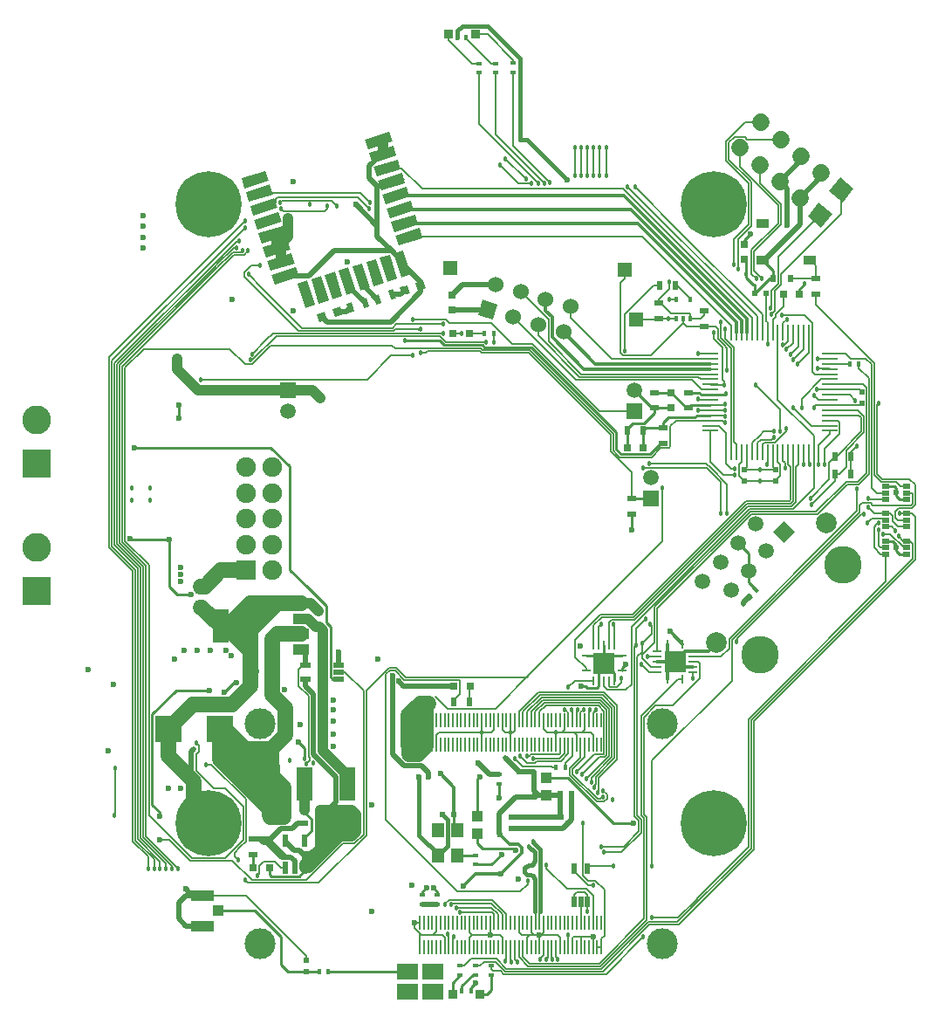
<source format=gtl>
G04 #@! TF.FileFunction,Copper,L1,Top,Signal*
%FSLAX46Y46*%
G04 Gerber Fmt 4.6, Leading zero omitted, Abs format (unit mm)*
G04 Created by KiCad (PCBNEW 4.0.4-stable) date 02/28/17 14:35:12*
%MOMM*%
%LPD*%
G01*
G04 APERTURE LIST*
%ADD10C,0.100000*%
%ADD11C,1.700000*%
%ADD12R,0.800100X0.500380*%
%ADD13R,2.800000X2.800000*%
%ADD14C,2.800000*%
%ADD15R,0.900000X0.500000*%
%ADD16R,1.498600X0.279400*%
%ADD17R,0.279400X1.498600*%
%ADD18R,0.500000X0.900000*%
%ADD19R,0.500000X1.000000*%
%ADD20R,0.850000X0.280000*%
%ADD21R,0.280000X0.850000*%
%ADD22R,2.050000X2.050000*%
%ADD23R,1.200000X1.400000*%
%ADD24R,0.600000X0.400000*%
%ADD25R,0.600000X0.500000*%
%ADD26R,1.500000X1.500000*%
%ADD27C,1.500000*%
%ADD28R,1.900000X1.900000*%
%ADD29C,1.900000*%
%ADD30R,0.800000X0.750000*%
%ADD31R,0.750000X0.800000*%
%ADD32R,0.800000X0.800000*%
%ADD33R,0.600000X0.550000*%
%ADD34R,1.500000X3.200000*%
%ADD35C,6.400000*%
%ADD36R,1.500000X1.000000*%
%ADD37R,1.500000X3.300000*%
%ADD38R,0.548640X1.198880*%
%ADD39R,0.420000X0.600000*%
%ADD40R,0.600000X0.800000*%
%ADD41R,1.200000X0.900000*%
%ADD42R,0.998220X1.099820*%
%ADD43R,0.200000X1.440000*%
%ADD44R,1.000000X0.500000*%
%ADD45R,0.500000X0.600000*%
%ADD46R,0.400000X0.600000*%
%ADD47R,2.200000X1.050000*%
%ADD48R,1.050000X1.000000*%
%ADD49R,0.850000X0.900000*%
%ADD50R,0.450000X0.500000*%
%ADD51C,3.000000*%
%ADD52R,2.550000X2.500000*%
%ADD53C,3.650000*%
%ADD54C,2.000000*%
%ADD55R,1.350000X1.350000*%
%ADD56R,2.040000X1.540000*%
%ADD57C,1.524000*%
%ADD58C,0.600000*%
%ADD59C,0.457200*%
%ADD60C,0.500000*%
%ADD61C,1.000000*%
%ADD62C,1.500000*%
%ADD63C,0.127000*%
%ADD64C,0.400000*%
%ADD65C,0.250000*%
%ADD66C,0.200000*%
%ADD67C,0.220000*%
%ADD68C,0.350000*%
%ADD69C,0.300000*%
%ADD70C,0.175000*%
%ADD71C,0.450000*%
G04 APERTURE END LIST*
D10*
G36*
X183437227Y-77215549D02*
X182134952Y-76122810D01*
X183227691Y-74820535D01*
X184529966Y-75913274D01*
X183437227Y-77215549D01*
X183437227Y-77215549D01*
G37*
D11*
X181386706Y-74385361D02*
X181386706Y-74385361D01*
X179440953Y-72752681D02*
X179440953Y-72752681D01*
X177495200Y-71120000D02*
X177495200Y-71120000D01*
X175549447Y-69487320D02*
X175549447Y-69487320D01*
D10*
G36*
X185524768Y-74755907D02*
X184222493Y-73663168D01*
X185315232Y-72360893D01*
X186617507Y-73453632D01*
X185524768Y-74755907D01*
X185524768Y-74755907D01*
G37*
D11*
X183474247Y-71925719D02*
X183474247Y-71925719D01*
X181528494Y-70293039D02*
X181528494Y-70293039D01*
X179582741Y-68660358D02*
X179582741Y-68660358D01*
X177636988Y-67027678D02*
X177636988Y-67027678D01*
D12*
X189749240Y-104949760D03*
X191750760Y-105600000D03*
X189749240Y-106250240D03*
X189749240Y-105600000D03*
X191750760Y-106250240D03*
X191750760Y-104949760D03*
D10*
G36*
X142441767Y-78974849D02*
X142141061Y-78021132D01*
X144477667Y-77284403D01*
X144778373Y-78238120D01*
X142441767Y-78974849D01*
X142441767Y-78974849D01*
G37*
G36*
X133364481Y-85003464D02*
X132627752Y-82666858D01*
X133581469Y-82366152D01*
X134318198Y-84702758D01*
X133364481Y-85003464D01*
X133364481Y-85003464D01*
G37*
G36*
X127487554Y-73414309D02*
X127186848Y-72460592D01*
X129523454Y-71723863D01*
X129824160Y-72677580D01*
X127487554Y-73414309D01*
X127487554Y-73414309D01*
G37*
G36*
X127908542Y-74749513D02*
X127607836Y-73795796D01*
X129944442Y-73059067D01*
X130245148Y-74012784D01*
X127908542Y-74749513D01*
X127908542Y-74749513D01*
G37*
G36*
X128329530Y-76084716D02*
X128028824Y-75130999D01*
X130365430Y-74394270D01*
X130666136Y-75347987D01*
X128329530Y-76084716D01*
X128329530Y-76084716D01*
G37*
G36*
X128750518Y-77419920D02*
X128449812Y-76466203D01*
X130786418Y-75729474D01*
X131087124Y-76683191D01*
X128750518Y-77419920D01*
X128750518Y-77419920D01*
G37*
G36*
X129171506Y-78755124D02*
X128870800Y-77801407D01*
X131207406Y-77064678D01*
X131508112Y-78018395D01*
X129171506Y-78755124D01*
X129171506Y-78755124D01*
G37*
G36*
X129592494Y-80090327D02*
X129291788Y-79136610D01*
X131628394Y-78399881D01*
X131929100Y-79353598D01*
X129592494Y-80090327D01*
X129592494Y-80090327D01*
G37*
G36*
X130013482Y-81425531D02*
X129712776Y-80471814D01*
X132049382Y-79735085D01*
X132350088Y-80688802D01*
X130013482Y-81425531D01*
X130013482Y-81425531D01*
G37*
G36*
X130434470Y-82760735D02*
X130133764Y-81807018D01*
X132470370Y-81070289D01*
X132771076Y-82024006D01*
X130434470Y-82760735D01*
X130434470Y-82760735D01*
G37*
G36*
X134699685Y-84582476D02*
X133962956Y-82245870D01*
X134916673Y-81945164D01*
X135653402Y-84281770D01*
X134699685Y-84582476D01*
X134699685Y-84582476D01*
G37*
G36*
X136034889Y-84161488D02*
X135298160Y-81824882D01*
X136251877Y-81524176D01*
X136988606Y-83860782D01*
X136034889Y-84161488D01*
X136034889Y-84161488D01*
G37*
G36*
X137370093Y-83740499D02*
X136633364Y-81403893D01*
X137587081Y-81103187D01*
X138323810Y-83439793D01*
X137370093Y-83740499D01*
X137370093Y-83740499D01*
G37*
G36*
X138705296Y-83319511D02*
X137968567Y-80982905D01*
X138922284Y-80682199D01*
X139659013Y-83018805D01*
X138705296Y-83319511D01*
X138705296Y-83319511D01*
G37*
G36*
X140040500Y-82898523D02*
X139303771Y-80561917D01*
X140257488Y-80261211D01*
X140994217Y-82597817D01*
X140040500Y-82898523D01*
X140040500Y-82898523D01*
G37*
G36*
X141375704Y-82477535D02*
X140638975Y-80140929D01*
X141592692Y-79840223D01*
X142329421Y-82176829D01*
X141375704Y-82477535D01*
X141375704Y-82477535D01*
G37*
G36*
X142710908Y-82056547D02*
X141974179Y-79719941D01*
X142927896Y-79419235D01*
X143664625Y-81755841D01*
X142710908Y-82056547D01*
X142710908Y-82056547D01*
G37*
G36*
X142020779Y-77639645D02*
X141720073Y-76685928D01*
X144056679Y-75949199D01*
X144357385Y-76902916D01*
X142020779Y-77639645D01*
X142020779Y-77639645D01*
G37*
G36*
X141599791Y-76304441D02*
X141299085Y-75350724D01*
X143635691Y-74613995D01*
X143936397Y-75567712D01*
X141599791Y-76304441D01*
X141599791Y-76304441D01*
G37*
G36*
X141178803Y-74969238D02*
X140878097Y-74015521D01*
X143214703Y-73278792D01*
X143515409Y-74232509D01*
X141178803Y-74969238D01*
X141178803Y-74969238D01*
G37*
G36*
X140757814Y-73634034D02*
X140457108Y-72680317D01*
X142793714Y-71943588D01*
X143094420Y-72897305D01*
X140757814Y-73634034D01*
X140757814Y-73634034D01*
G37*
G36*
X140336826Y-72298830D02*
X140036120Y-71345113D01*
X142372726Y-70608384D01*
X142673432Y-71562101D01*
X140336826Y-72298830D01*
X140336826Y-72298830D01*
G37*
G36*
X139915838Y-70963627D02*
X139615132Y-70009910D01*
X141951738Y-69273181D01*
X142252444Y-70226898D01*
X139915838Y-70963627D01*
X139915838Y-70963627D01*
G37*
G36*
X139494850Y-69628423D02*
X139194144Y-68674706D01*
X141530750Y-67937977D01*
X141831456Y-68891694D01*
X139494850Y-69628423D01*
X139494850Y-69628423D01*
G37*
G36*
X137680312Y-85490549D02*
X137409677Y-84632204D01*
X137886536Y-84481851D01*
X138157171Y-85340196D01*
X137680312Y-85490549D01*
X137680312Y-85490549D01*
G37*
G36*
X139110888Y-85039491D02*
X138840253Y-84181146D01*
X139317112Y-84030793D01*
X139587747Y-84889138D01*
X139110888Y-85039491D01*
X139110888Y-85039491D01*
G37*
D13*
X107340400Y-100110400D03*
D14*
X107340400Y-95910400D03*
D15*
X182925000Y-83700000D03*
X182925000Y-82200000D03*
D16*
X172702220Y-89433400D03*
X172702220Y-89933780D03*
X172702220Y-90434160D03*
X172702220Y-90934540D03*
X172702220Y-91434920D03*
X172702220Y-91932760D03*
X172702220Y-92433140D03*
X172702220Y-92933520D03*
X172702220Y-93431360D03*
X172702220Y-93931740D03*
X172702220Y-94432120D03*
X172702220Y-94929960D03*
X172702220Y-95430340D03*
X172702220Y-95930720D03*
X172702220Y-96431100D03*
X172702220Y-96931480D03*
D17*
X174752000Y-98981260D03*
X175252380Y-98981260D03*
X175752760Y-98981260D03*
X176253140Y-98981260D03*
X176753520Y-98981260D03*
X177251360Y-98981260D03*
X177751740Y-98981260D03*
X178252120Y-98981260D03*
X178749960Y-98981260D03*
X179250340Y-98981260D03*
X179750720Y-98981260D03*
X180248560Y-98981260D03*
X180748940Y-98981260D03*
X181249320Y-98981260D03*
X181749700Y-98981260D03*
X182250080Y-98981260D03*
D16*
X184299860Y-96931480D03*
X184299860Y-96431100D03*
X184299860Y-95930720D03*
X184299860Y-95430340D03*
X184299860Y-94929960D03*
X184299860Y-94432120D03*
X184299860Y-93931740D03*
X184299860Y-93431360D03*
X184299860Y-92933520D03*
X184299860Y-92433140D03*
X184299860Y-91932760D03*
X184299860Y-91434920D03*
X184299860Y-90934540D03*
X184299860Y-90434160D03*
X184299860Y-89933780D03*
X184299860Y-89433400D03*
D17*
X182250080Y-87383620D03*
X181749700Y-87383620D03*
X181249320Y-87383620D03*
X180748940Y-87383620D03*
X180248560Y-87383620D03*
X179750720Y-87383620D03*
X179250340Y-87383620D03*
X178749960Y-87383620D03*
X178252120Y-87383620D03*
X177751740Y-87383620D03*
X177251360Y-87383620D03*
X176753520Y-87383620D03*
X176253140Y-87383620D03*
X175752760Y-87383620D03*
X175252380Y-87383620D03*
X174752000Y-87383620D03*
D18*
X167775000Y-82850000D03*
X169275000Y-82850000D03*
D19*
X159475000Y-142600000D03*
X160125000Y-142600000D03*
X160775000Y-142600000D03*
X159475000Y-139400000D03*
X160775000Y-139400000D03*
D20*
X164099200Y-118709600D03*
D21*
X163374200Y-117734600D03*
X162874200Y-117734600D03*
X162374200Y-117734600D03*
X161874200Y-117734600D03*
X161374200Y-117734600D03*
D20*
X160649200Y-118709600D03*
X160649200Y-120209600D03*
X164099200Y-120209600D03*
D21*
X161374200Y-121184600D03*
X161874200Y-121184600D03*
X162374200Y-121184600D03*
X162874200Y-121184600D03*
X163374200Y-121184600D03*
D22*
X162374200Y-119459600D03*
D23*
X146275000Y-135700000D03*
X146275000Y-138100000D03*
X148175000Y-138100000D03*
X148175000Y-135700000D03*
D24*
X149925000Y-138100000D03*
X149925000Y-139000000D03*
D25*
X147800000Y-134150000D03*
X146700000Y-134150000D03*
D24*
X153592600Y-62190900D03*
X153592600Y-61290900D03*
D26*
X166900000Y-103500000D03*
D27*
X166900000Y-101500000D03*
D28*
X127675000Y-110457000D03*
D29*
X127675000Y-107957000D03*
X127675000Y-105457000D03*
X127675000Y-102957000D03*
X127675000Y-100457000D03*
X130175000Y-110457000D03*
X130175000Y-107957000D03*
X130175000Y-105457000D03*
X130175000Y-102957000D03*
X130175000Y-100457000D03*
D30*
X129934400Y-120294400D03*
X128434400Y-120294400D03*
X166142800Y-98552000D03*
X164642800Y-98552000D03*
D31*
X168921000Y-93233400D03*
X168921000Y-94733400D03*
X134670800Y-115925600D03*
X134670800Y-114425600D03*
D32*
X129926080Y-139308840D03*
X128326080Y-139308840D03*
D33*
X133407960Y-135021320D03*
X134807960Y-135021320D03*
D34*
X137495280Y-131201160D03*
X133295280Y-131201160D03*
D35*
X173001100Y-135003600D03*
X124001100Y-135003600D03*
X124001100Y-75003600D03*
X173001100Y-75003600D03*
D15*
X128320800Y-136531920D03*
X128320800Y-138031920D03*
X168097200Y-98145600D03*
X168097200Y-96645600D03*
D18*
X166166800Y-96926400D03*
X164666800Y-96926400D03*
D15*
X170550000Y-93225000D03*
X170550000Y-94725000D03*
X167295400Y-93221400D03*
X167295400Y-94721400D03*
D18*
X134819520Y-133751320D03*
X133319520Y-133751320D03*
D15*
X172100000Y-85325000D03*
X172100000Y-86825000D03*
X167675000Y-86050000D03*
X167675000Y-84550000D03*
X165049200Y-103491600D03*
X165049200Y-104991600D03*
D36*
X132975000Y-118150000D03*
X132975000Y-116650000D03*
X132975000Y-115150000D03*
X132975000Y-113650000D03*
D37*
X125175000Y-115900000D03*
D38*
X131429760Y-139273280D03*
X132379720Y-139273280D03*
X133329680Y-139273280D03*
X133329680Y-136677400D03*
X131429760Y-136677400D03*
D39*
X169425000Y-86075000D03*
X170725000Y-86075000D03*
X169425000Y-84175000D03*
X170075000Y-86075000D03*
X170725000Y-84175000D03*
D40*
X180492400Y-82135980D03*
X178792400Y-82135980D03*
D12*
X191714360Y-103621040D03*
X189712840Y-102970800D03*
X191714360Y-102320560D03*
X191714360Y-102970800D03*
X189712840Y-102320560D03*
X189712840Y-103621040D03*
D31*
X176006760Y-80343440D03*
X176006760Y-78843440D03*
X147625000Y-83750000D03*
X147625000Y-85250000D03*
D30*
X179825000Y-83667600D03*
X181325000Y-83667600D03*
D10*
G36*
X142815048Y-83812299D02*
X142574483Y-83049326D01*
X143337456Y-82808761D01*
X143578021Y-83571734D01*
X142815048Y-83812299D01*
X142815048Y-83812299D01*
G37*
G36*
X144340996Y-83331169D02*
X144100431Y-82568196D01*
X144863404Y-82327631D01*
X145103969Y-83090604D01*
X144340996Y-83331169D01*
X144340996Y-83331169D01*
G37*
G36*
X136786204Y-84906466D02*
X137026769Y-85669439D01*
X136263796Y-85910004D01*
X136023231Y-85147031D01*
X136786204Y-84906466D01*
X136786204Y-84906466D01*
G37*
G36*
X135260256Y-85387596D02*
X135500821Y-86150569D01*
X134737848Y-86391134D01*
X134497283Y-85628161D01*
X135260256Y-85387596D01*
X135260256Y-85387596D01*
G37*
D41*
X177754280Y-80355440D03*
X182354280Y-80355440D03*
X177754280Y-76855440D03*
D10*
G36*
X141911312Y-83214051D02*
X142181947Y-84072396D01*
X141705088Y-84222749D01*
X141434453Y-83364404D01*
X141911312Y-83214051D01*
X141911312Y-83214051D01*
G37*
G36*
X140480736Y-83665109D02*
X140751371Y-84523454D01*
X140274512Y-84673807D01*
X140003877Y-83815462D01*
X140480736Y-83665109D01*
X140480736Y-83665109D01*
G37*
D18*
X186334400Y-99415600D03*
X184834400Y-99415600D03*
X186322400Y-101142800D03*
X184822400Y-101142800D03*
D42*
X156748400Y-132310360D03*
X156748400Y-130613640D03*
X150075000Y-134328280D03*
X150075000Y-136025000D03*
D10*
G36*
X176987544Y-111982915D02*
X177447171Y-112368587D01*
X177190056Y-112675005D01*
X176730429Y-112289333D01*
X176987544Y-111982915D01*
X176987544Y-111982915D01*
G37*
G36*
X176409036Y-112672355D02*
X176868663Y-113058027D01*
X176611548Y-113364445D01*
X176151921Y-112978773D01*
X176409036Y-112672355D01*
X176409036Y-112672355D01*
G37*
D32*
X147739200Y-87477600D03*
X149339200Y-87477600D03*
D21*
X168515600Y-117604200D03*
D20*
X167540600Y-118329200D03*
X167540600Y-118829200D03*
X167540600Y-119329200D03*
X167540600Y-119829200D03*
X167540600Y-120329200D03*
D21*
X168515600Y-121054200D03*
X170015600Y-121054200D03*
X170015600Y-117604200D03*
D20*
X170990600Y-120329200D03*
X170990600Y-119829200D03*
X170990600Y-119329200D03*
X170990600Y-118829200D03*
X170990600Y-118329200D03*
D22*
X169265600Y-119329200D03*
D12*
X191750760Y-108925240D03*
X189749240Y-108275000D03*
X191750760Y-107624760D03*
X191750760Y-108275000D03*
X189749240Y-107624760D03*
X189749240Y-108925240D03*
D26*
X131700000Y-93000000D03*
D27*
X131700000Y-95000000D03*
D32*
X147775000Y-121675000D03*
X149375000Y-121675000D03*
D18*
X149300000Y-123225000D03*
X147800000Y-123225000D03*
D43*
X162119200Y-147015200D03*
X162119200Y-144675200D03*
X161719200Y-147015200D03*
X161719200Y-144675200D03*
X161319200Y-147015200D03*
X161319200Y-144675200D03*
X160919200Y-147015200D03*
X160919200Y-144675200D03*
X160519200Y-147015200D03*
X160519200Y-144675200D03*
X160119200Y-147015200D03*
X160119200Y-144675200D03*
X159719200Y-147015200D03*
X159719200Y-144675200D03*
X159319200Y-147015200D03*
X159319200Y-144675200D03*
X158919200Y-147015200D03*
X158919200Y-144675200D03*
X158519200Y-147015200D03*
X158519200Y-144675200D03*
X158119200Y-147015200D03*
X158119200Y-144675200D03*
X157719200Y-147015200D03*
X157719200Y-144675200D03*
X157319200Y-147015200D03*
X157319200Y-144675200D03*
X156919200Y-147015200D03*
X156919200Y-144675200D03*
X156519200Y-147015200D03*
X156519200Y-144675200D03*
X156119200Y-147015200D03*
X156119200Y-144675200D03*
X155719200Y-147015200D03*
X155719200Y-144675200D03*
X155319200Y-147015200D03*
X155319200Y-144675200D03*
X154919200Y-147015200D03*
X154919200Y-144675200D03*
X154519200Y-147015200D03*
X154519200Y-144675200D03*
X154119200Y-147015200D03*
X154119200Y-144675200D03*
X153719200Y-147015200D03*
X153719200Y-144675200D03*
X153319200Y-147015200D03*
X153319200Y-144675200D03*
X152919200Y-147015200D03*
X152919200Y-144675200D03*
X152519200Y-147015200D03*
X152519200Y-144675200D03*
X152119200Y-147015200D03*
X152119200Y-144675200D03*
X151719200Y-147015200D03*
X151719200Y-144675200D03*
X151319200Y-147015200D03*
X151319200Y-144675200D03*
X150919200Y-147015200D03*
X150919200Y-144675200D03*
X150519200Y-147015200D03*
X150519200Y-144675200D03*
X150119200Y-147015200D03*
X150119200Y-144675200D03*
X149719200Y-147015200D03*
X149719200Y-144675200D03*
X149319200Y-147015200D03*
X149319200Y-144675200D03*
X148919200Y-147015200D03*
X148919200Y-144675200D03*
X148519200Y-147015200D03*
X148519200Y-144675200D03*
X148119200Y-147015200D03*
X148119200Y-144675200D03*
X147719200Y-147015200D03*
X147719200Y-144675200D03*
X147319200Y-147015200D03*
X147319200Y-144675200D03*
X146919200Y-147015200D03*
X146919200Y-144675200D03*
X146519200Y-147015200D03*
X146519200Y-144675200D03*
X146119200Y-147015200D03*
X146119200Y-144675200D03*
X145719200Y-147015200D03*
X145719200Y-144675200D03*
X145319200Y-147015200D03*
X145319200Y-144675200D03*
X144919200Y-147015200D03*
X144919200Y-144675200D03*
X144519200Y-147015200D03*
X144519200Y-144675200D03*
D44*
X136621520Y-120985040D03*
X136621520Y-120335040D03*
X136621520Y-119685040D03*
X133421520Y-120985040D03*
X133421520Y-119685040D03*
D26*
X165300000Y-95000000D03*
D27*
X165300000Y-93000000D03*
D45*
X133502400Y-149402800D03*
X133502400Y-148302800D03*
D46*
X134728800Y-149402800D03*
X135628800Y-149402800D03*
D47*
X123400000Y-144950000D03*
X123400000Y-142000000D03*
D48*
X124925000Y-143475000D03*
D49*
X150350000Y-151600000D03*
X147700000Y-151600000D03*
D50*
X149450000Y-151250000D03*
X148600000Y-151250000D03*
D49*
X147275000Y-58450000D03*
X149925000Y-58450000D03*
D50*
X148175000Y-58800000D03*
X149025000Y-58800000D03*
D43*
X144512142Y-125040000D03*
X144512142Y-127380000D03*
X144912142Y-125040000D03*
X144912142Y-127380000D03*
X145312142Y-125040000D03*
X145312142Y-127380000D03*
X145712142Y-125040000D03*
X145712142Y-127380000D03*
X146112142Y-125040000D03*
X146112142Y-127380000D03*
X146512142Y-125040000D03*
X146512142Y-127380000D03*
X146912142Y-125040000D03*
X146912142Y-127380000D03*
X147312142Y-125040000D03*
X147312142Y-127380000D03*
X147712142Y-125040000D03*
X147712142Y-127380000D03*
X148112142Y-125040000D03*
X148112142Y-127380000D03*
X148512142Y-125040000D03*
X148512142Y-127380000D03*
X148912142Y-125040000D03*
X148912142Y-127380000D03*
X149312142Y-125040000D03*
X149312142Y-127380000D03*
X149712142Y-125040000D03*
X149712142Y-127380000D03*
X150112142Y-125040000D03*
X150112142Y-127380000D03*
X150512142Y-125040000D03*
X150512142Y-127380000D03*
X150912142Y-125040000D03*
X150912142Y-127380000D03*
X151312142Y-125040000D03*
X151312142Y-127380000D03*
X151712142Y-125040000D03*
X151712142Y-127380000D03*
X152112142Y-125040000D03*
X152112142Y-127380000D03*
X152512142Y-125040000D03*
X152512142Y-127380000D03*
X152912142Y-125040000D03*
X152912142Y-127380000D03*
X153312142Y-125040000D03*
X153312142Y-127380000D03*
X153712142Y-125040000D03*
X153712142Y-127380000D03*
X154112142Y-125040000D03*
X154112142Y-127380000D03*
X154512142Y-125040000D03*
X154512142Y-127380000D03*
X154912142Y-125040000D03*
X154912142Y-127380000D03*
X155312142Y-125040000D03*
X155312142Y-127380000D03*
X155712142Y-125040000D03*
X155712142Y-127380000D03*
X156112142Y-125040000D03*
X156112142Y-127380000D03*
X156512142Y-125040000D03*
X156512142Y-127380000D03*
X156912142Y-125040000D03*
X156912142Y-127380000D03*
X157312142Y-125040000D03*
X157312142Y-127380000D03*
X157712142Y-125040000D03*
X157712142Y-127380000D03*
X158112142Y-125040000D03*
X158112142Y-127380000D03*
X158512142Y-125040000D03*
X158512142Y-127380000D03*
X158912142Y-125040000D03*
X158912142Y-127380000D03*
X159312142Y-125040000D03*
X159312142Y-127380000D03*
X159712142Y-125040000D03*
X159712142Y-127380000D03*
X160112142Y-125040000D03*
X160112142Y-127380000D03*
X160512142Y-125040000D03*
X160512142Y-127380000D03*
X160912142Y-125040000D03*
X160912142Y-127380000D03*
X161312142Y-125040000D03*
X161312142Y-127380000D03*
X161712142Y-125040000D03*
X161712142Y-127380000D03*
X162112142Y-125040000D03*
X162112142Y-127380000D03*
D51*
X168021000Y-125343000D03*
X168021000Y-146703000D03*
X129001000Y-146703000D03*
X129001000Y-125343000D03*
D52*
X125125000Y-125875000D03*
X120075000Y-125875000D03*
D24*
X151425000Y-148825000D03*
X151425000Y-149725000D03*
X148425000Y-148825000D03*
X148425000Y-149725000D03*
X149925000Y-148825000D03*
X149925000Y-149725000D03*
X150217600Y-62215900D03*
X150217600Y-61315900D03*
X151892600Y-62215900D03*
X151892600Y-61315900D03*
D46*
X151674400Y-87477600D03*
X150774400Y-87477600D03*
D45*
X179019200Y-100694400D03*
X179019200Y-101794400D03*
X187416440Y-93207660D03*
X187416440Y-94307660D03*
D25*
X176999720Y-83619340D03*
X178099720Y-83619340D03*
D45*
X175982540Y-100745200D03*
X175982540Y-101845200D03*
D24*
X146151964Y-142852200D03*
X146151964Y-141952200D03*
X144781564Y-141950000D03*
X144781564Y-142850000D03*
X152175000Y-131150000D03*
X152175000Y-130250000D03*
D13*
X107340400Y-112454800D03*
D14*
X107340400Y-108254800D03*
D42*
X123225000Y-113946720D03*
X123225000Y-112250000D03*
D46*
X187125000Y-90424000D03*
X186225000Y-90424000D03*
X158634000Y-129540000D03*
X157734000Y-129540000D03*
D25*
X158123400Y-133237000D03*
X159223400Y-133237000D03*
D45*
X157023400Y-134437000D03*
X157023400Y-135537000D03*
D25*
X158123400Y-132087000D03*
X159223400Y-132087000D03*
D45*
X158198400Y-134437000D03*
X158198400Y-135537000D03*
X154598400Y-134437000D03*
X154598400Y-135537000D03*
X153423400Y-134437000D03*
X153423400Y-135537000D03*
X155848400Y-134437000D03*
X155848400Y-135537000D03*
D53*
X177504083Y-118687568D03*
X185523338Y-109936086D03*
D10*
G36*
X179788733Y-105684980D02*
X180894649Y-106698366D01*
X179881263Y-107804282D01*
X178775347Y-106790896D01*
X179788733Y-105684980D01*
X179788733Y-105684980D01*
G37*
D27*
X177104314Y-105964974D03*
X178118999Y-108617315D03*
X175388315Y-107837659D03*
X176403000Y-110490000D03*
X173672316Y-109710343D03*
X174687001Y-112362684D03*
X171956317Y-111583027D03*
D54*
X173322051Y-117493526D03*
X183962597Y-105881408D03*
D55*
X164425000Y-81325000D03*
X165525000Y-86175000D03*
X147500000Y-81125000D03*
D56*
X143305200Y-149402800D03*
X143305200Y-151332800D03*
X145745200Y-151332800D03*
X145745200Y-149402800D03*
D10*
G36*
X151637000Y-86125443D02*
X150175759Y-85692604D01*
X150608598Y-84231363D01*
X152069839Y-84664202D01*
X151637000Y-86125443D01*
X151637000Y-86125443D01*
G37*
D57*
X151844198Y-82743001D03*
X153558201Y-85899802D03*
X154279600Y-83464400D03*
X155993603Y-86621201D03*
X156715002Y-84185799D03*
X158429005Y-87342600D03*
X159150404Y-84907198D03*
D58*
X180136800Y-76962000D03*
D59*
X188041054Y-104357864D03*
D58*
X138277600Y-75006200D03*
D59*
X134154998Y-129178913D03*
D58*
X158900000Y-135000000D03*
D59*
X131905000Y-128924244D03*
D58*
X160175000Y-121725000D03*
X165050000Y-106525000D03*
X132925000Y-125425000D03*
X136625000Y-118397999D03*
D59*
X129329701Y-136825000D03*
D58*
X120975000Y-90985390D03*
X120975000Y-89975000D03*
D59*
X134803600Y-93750000D03*
D58*
X112350000Y-120125000D03*
X114299992Y-127932000D03*
D59*
X118324000Y-102487000D03*
X118324000Y-103687000D03*
X116524000Y-103687000D03*
X116524000Y-102487000D03*
X181850000Y-82700000D03*
D58*
X176575000Y-77875000D03*
D59*
X168669398Y-82475000D03*
X182725000Y-94656094D03*
D58*
X143950000Y-144650000D03*
X190750000Y-108275000D03*
D59*
X157700000Y-126200000D03*
X153300000Y-126200000D03*
X150525000Y-126200000D03*
X160775000Y-143525000D03*
X177475000Y-101825000D03*
X178250000Y-88550000D03*
D58*
X190725000Y-102925000D03*
X139850000Y-133221639D03*
D59*
X171500800Y-93827600D03*
D58*
X154076400Y-140411200D03*
X151333200Y-145846800D03*
X156057600Y-145846800D03*
X161329604Y-145964068D03*
X150150000Y-129150000D03*
X144425074Y-130548735D03*
X121775000Y-141375000D03*
D59*
X122575000Y-127825000D03*
D58*
X131400000Y-122000000D03*
D59*
X174091600Y-95529403D03*
X174091600Y-94360997D03*
D58*
X120142000Y-131572000D03*
X121285000Y-131572000D03*
D59*
X183100000Y-90925000D03*
X174332900Y-91064603D03*
X168650000Y-86050000D03*
X178555320Y-85075000D03*
X177725000Y-82175000D03*
X177137061Y-82200000D03*
X133500000Y-129245558D03*
D58*
X126700000Y-121350191D03*
X125513615Y-122294261D03*
D59*
X174091600Y-96113606D03*
X122832871Y-127197508D03*
X168050000Y-102450000D03*
X128723102Y-140101898D03*
X127541151Y-140483849D03*
X171502514Y-94949740D03*
X174091600Y-94945200D03*
X180150000Y-86150000D03*
X179596058Y-85728942D03*
D58*
X119225000Y-134352002D03*
X124100000Y-122100000D03*
D59*
X114828001Y-134235001D03*
X114935000Y-129667000D03*
D58*
X126205000Y-118735838D03*
X114750000Y-121575000D03*
X120744000Y-119116838D03*
X125682311Y-118213149D03*
X124200000Y-118213149D03*
X122875000Y-118213149D03*
X121647689Y-118213149D03*
X116789000Y-98550000D03*
X119285000Y-136575000D03*
D59*
X179436455Y-96995847D03*
X177100000Y-92525000D03*
X188041044Y-103519663D03*
X178602622Y-85657284D03*
X173045109Y-87406429D03*
X174085084Y-92487786D03*
X165392100Y-73296282D03*
X139708391Y-74834555D03*
X164667552Y-73232181D03*
X139623800Y-75412600D03*
D58*
X154133611Y-130003611D03*
X155675000Y-132475000D03*
D59*
X175948401Y-113718401D03*
X152806400Y-128676400D03*
D58*
X152200000Y-134625000D03*
X152275699Y-136081072D03*
X152403027Y-139878461D03*
X148700000Y-141125000D03*
X153825000Y-137617000D03*
X150302000Y-130475000D03*
D59*
X152260300Y-71145400D03*
X155324784Y-72960545D03*
X166144100Y-100495100D03*
X182400000Y-103500000D03*
X165455600Y-117754400D03*
X162080600Y-137309117D03*
X166448390Y-115163600D03*
X173700000Y-104975000D03*
X154851100Y-72541435D03*
X152819100Y-70561200D03*
X166751000Y-100076000D03*
X174328670Y-104939027D03*
X182514571Y-104072858D03*
X162380900Y-137810227D03*
X166867490Y-115685550D03*
X166053586Y-117562814D03*
D58*
X152425000Y-138050000D03*
X145877003Y-141250000D03*
X145150000Y-141250000D03*
X152175000Y-132575000D03*
D59*
X133324020Y-128688492D03*
D58*
X132715000Y-127124242D03*
D59*
X159798974Y-123998725D03*
X160425000Y-123964398D03*
X189038071Y-94300000D03*
X186750000Y-93976520D03*
X146812000Y-86575900D03*
X183100000Y-89925000D03*
X127900000Y-81775000D03*
X133800000Y-75006451D03*
D58*
X168808400Y-116382800D03*
X160070800Y-117805200D03*
D59*
X163200000Y-132700000D03*
D58*
X145325000Y-130547998D03*
X143697990Y-141045979D03*
X142450000Y-121225000D03*
X141850000Y-120650000D03*
X140425000Y-119050000D03*
X136140001Y-127508000D03*
X136140001Y-126390001D03*
X136100000Y-125125000D03*
X136100000Y-123952000D03*
X136100000Y-123063000D03*
X143475000Y-128300000D03*
X143425000Y-127500000D03*
X145375000Y-123375000D03*
X144550000Y-123375000D03*
X117675000Y-79200000D03*
X117650000Y-76050000D03*
X117650000Y-77100000D03*
X117675000Y-78150000D03*
D59*
X182775000Y-93525000D03*
X144564100Y-89373000D03*
X144576800Y-87041649D03*
X129019300Y-80899000D03*
X164395415Y-89154585D03*
D58*
X120200000Y-107448000D03*
X121151429Y-95752000D03*
X121127000Y-94450000D03*
X122298889Y-112800000D03*
X116400013Y-107400000D03*
D59*
X187611839Y-105000000D03*
X175209265Y-117348603D03*
X178852696Y-97018572D03*
X170992800Y-120904000D03*
X186929675Y-102530349D03*
X178829972Y-97602331D03*
X143052800Y-88133859D03*
D58*
X139875000Y-143575000D03*
X130194999Y-130424245D03*
X130624990Y-131572000D03*
X129921000Y-131574804D03*
X130624990Y-133029168D03*
X129921000Y-133604000D03*
X131257040Y-133661218D03*
X131257040Y-134366000D03*
X130008060Y-134405940D03*
X132199562Y-85305000D03*
X137454033Y-80572262D03*
X121325000Y-111575000D03*
X121325000Y-110875000D03*
X121325000Y-110175000D03*
X158800800Y-72593200D03*
X132180067Y-72736812D03*
D59*
X131724400Y-76314300D03*
X176168194Y-81764892D03*
X126875000Y-138575000D03*
X123750000Y-129296370D03*
X148525000Y-87475000D03*
X168700000Y-84175000D03*
D58*
X145475000Y-142904000D03*
D59*
X186916757Y-98458243D03*
D58*
X126300000Y-84175000D03*
D59*
X174175000Y-93350000D03*
X177475000Y-100725000D03*
X183025000Y-92925000D03*
X161341822Y-140971022D03*
D58*
X146507200Y-130200400D03*
X164451180Y-119610696D03*
X165250000Y-135000000D03*
X149925000Y-150475000D03*
X138348720Y-135803640D03*
X138343640Y-134965440D03*
X138333480Y-134147560D03*
X137598001Y-136255760D03*
X137598001Y-135453120D03*
X137598001Y-134599680D03*
X137601960Y-133715760D03*
D59*
X156798319Y-139050000D03*
X154975000Y-140575000D03*
X163300000Y-139175000D03*
X167050000Y-139175000D03*
X174991666Y-80833833D03*
X173718219Y-86395668D03*
X175419912Y-81231195D03*
X174137319Y-87100000D03*
X158891508Y-121818400D03*
X154894810Y-128455602D03*
X166573200Y-118821200D03*
X155490920Y-128709601D03*
X162102800Y-115685549D03*
X154256584Y-128452814D03*
X153691824Y-128705376D03*
X163293300Y-115685549D03*
X164033200Y-120904000D03*
X161009570Y-124027738D03*
X166027100Y-119585836D03*
X161625000Y-123964398D03*
X157909203Y-148175000D03*
X178225000Y-100238800D03*
X157325000Y-148175000D03*
X179951801Y-100550000D03*
X156740797Y-148175000D03*
X181141485Y-90453963D03*
X160155513Y-69435223D03*
X160150000Y-72199283D03*
X156156594Y-148175000D03*
X180771614Y-90001761D03*
X160750000Y-69437012D03*
X160750000Y-72199283D03*
X158554468Y-123964398D03*
X161375000Y-72199283D03*
X161375000Y-69437012D03*
X180485344Y-89492506D03*
X159215237Y-124028101D03*
X161975000Y-69437012D03*
X161975000Y-72199283D03*
X180093479Y-89059223D03*
X161444196Y-131527818D03*
X179755800Y-88582500D03*
X162575000Y-69437012D03*
X162575000Y-72199283D03*
X161750052Y-132025558D03*
X160274127Y-130244770D03*
X159550000Y-72199283D03*
X159550000Y-69437012D03*
X171513500Y-89420700D03*
X160325000Y-135000000D03*
X159761001Y-129965497D03*
X183147404Y-100175000D03*
X161140325Y-131028865D03*
X181725000Y-100200000D03*
X160704549Y-130639775D03*
X182309203Y-100200000D03*
X183750000Y-100175000D03*
X128207499Y-89492501D03*
X146796895Y-87460749D03*
X181550000Y-94656093D03*
X143802100Y-86156800D03*
X143800000Y-89600000D03*
X123205900Y-91950000D03*
X150952200Y-88322880D03*
X128032445Y-90049858D03*
X180705449Y-94656094D03*
X153390828Y-148455900D03*
X153975000Y-148450000D03*
X126722283Y-79164566D03*
X119886595Y-139373611D03*
X148030692Y-143168537D03*
X152784912Y-148390088D03*
X126961900Y-78524100D03*
X119303590Y-139410989D03*
X148425000Y-143599598D03*
X127857149Y-79482849D03*
X146965797Y-142832600D03*
X121075000Y-139373611D03*
X127273998Y-79418576D03*
X120470798Y-139373611D03*
X147550000Y-142832600D03*
X162301637Y-131833085D03*
X162250001Y-132425000D03*
X155500284Y-136799716D03*
X155049716Y-137250284D03*
X190664199Y-106617007D03*
X151675000Y-88322880D03*
X158925000Y-145850000D03*
X155989728Y-72975001D03*
X167014394Y-144155900D03*
X166188654Y-146013655D03*
X188993588Y-105840556D03*
X157149800Y-72821800D03*
X190960364Y-107146938D03*
X156568776Y-72897575D03*
X191093234Y-104937891D03*
X175045692Y-100586550D03*
X188994448Y-106525141D03*
X175049939Y-101175000D03*
X189425000Y-106950000D03*
X187901376Y-105850000D03*
X180075000Y-96764344D03*
X130962400Y-74790300D03*
X136460634Y-75100435D03*
X127555035Y-76605883D03*
X118135371Y-139400771D03*
X147775000Y-145975000D03*
X131038600Y-75399900D03*
X135483600Y-75097998D03*
X127528059Y-77225556D03*
X118719560Y-139396840D03*
X147225000Y-145750802D03*
D60*
X181528494Y-70293039D02*
X181528494Y-70665140D01*
X181528494Y-70665140D02*
X179440953Y-72752681D01*
X179440953Y-72752681D02*
X180136800Y-73448528D01*
X180136800Y-73448528D02*
X180136800Y-76962000D01*
D61*
X128100000Y-119175000D02*
X128100000Y-119960000D01*
X128100000Y-119960000D02*
X128434400Y-120294400D01*
D62*
X128100000Y-119989600D02*
X128100000Y-118761200D01*
X125704400Y-115900000D02*
X128100000Y-118295600D01*
X128100000Y-118295600D02*
X128100000Y-119175000D01*
X125175000Y-115900000D02*
X125704400Y-115900000D01*
D61*
X132975000Y-113650000D02*
X133895200Y-113650000D01*
X133895200Y-113650000D02*
X134670800Y-114425600D01*
D63*
X123400000Y-142000000D02*
X127626600Y-142000000D01*
X127626600Y-142000000D02*
X133502400Y-147875800D01*
X133502400Y-147875800D02*
X133502400Y-148302800D01*
X189749240Y-104949760D02*
X190124760Y-104949760D01*
X190350000Y-105175000D02*
X190350000Y-105710110D01*
X190124760Y-104949760D02*
X190350000Y-105175000D01*
X190350000Y-105710110D02*
X190890130Y-106250240D01*
X190890130Y-106250240D02*
X191750760Y-106250240D01*
X189749240Y-104949760D02*
X188632950Y-104949760D01*
X188632950Y-104949760D02*
X188041054Y-104357864D01*
D64*
X146275000Y-138100000D02*
X146275000Y-138000000D01*
X146275000Y-138000000D02*
X144425074Y-136150074D01*
X144425074Y-136150074D02*
X144425074Y-130972999D01*
X144425074Y-130972999D02*
X144425074Y-130548735D01*
D60*
X147625000Y-85250000D02*
X151051202Y-85250000D01*
X151051202Y-85250000D02*
X151122799Y-85178403D01*
X140360400Y-78074756D02*
X140360400Y-77089000D01*
X140360400Y-77089000D02*
X138277600Y-75006200D01*
X141748857Y-79463213D02*
X140360400Y-78074756D01*
X140360400Y-78074756D02*
X140360400Y-73202800D01*
X131452420Y-81915512D02*
X133760140Y-81915512D01*
X133760140Y-81915512D02*
X136212439Y-79463213D01*
X136212439Y-79463213D02*
X141748857Y-79463213D01*
X141748857Y-79463213D02*
X142819402Y-80533758D01*
X142819402Y-80533758D02*
X142819402Y-80737891D01*
X144602200Y-82829400D02*
X144602200Y-83464400D01*
X144602200Y-83464400D02*
X141681200Y-86385400D01*
X141681200Y-86385400D02*
X135495087Y-86385400D01*
X135495087Y-86385400D02*
X134999052Y-85889365D01*
X144602200Y-82829400D02*
X144602200Y-82520689D01*
X144602200Y-82520689D02*
X142819402Y-80737891D01*
X141775764Y-72788811D02*
X141571632Y-72788811D01*
X141571632Y-72788811D02*
X141157643Y-73202800D01*
X141157643Y-73202800D02*
X140360400Y-73202800D01*
X139623800Y-72466200D02*
X140360400Y-73202800D01*
X139623800Y-71224258D02*
X139623800Y-72466200D01*
X140933788Y-70118404D02*
X140729654Y-70118404D01*
X140729654Y-70118404D02*
X139623800Y-71224258D01*
D61*
X140933788Y-70118404D02*
X140933788Y-69204188D01*
X140933788Y-69204188D02*
X140512800Y-68783200D01*
D63*
X132375528Y-81831128D02*
X132344400Y-81800000D01*
X142975000Y-72593578D02*
X142606422Y-72225000D01*
X142656862Y-72868972D02*
X142656862Y-72868138D01*
D60*
X159223400Y-133237000D02*
X159223400Y-132087000D01*
X159223400Y-133237000D02*
X159223400Y-134676600D01*
X159223400Y-134676600D02*
X158900000Y-135000000D01*
X158198400Y-135537000D02*
X158363000Y-135537000D01*
X158363000Y-135537000D02*
X158900000Y-135000000D01*
X157023400Y-135537000D02*
X158198400Y-135537000D01*
X155848400Y-135537000D02*
X157023400Y-135537000D01*
X154598400Y-135537000D02*
X155848400Y-135537000D01*
X153423400Y-135537000D02*
X154598400Y-135537000D01*
D64*
X147202001Y-137172999D02*
X146275000Y-138100000D01*
X147202001Y-137172999D02*
X147202001Y-134652001D01*
X147202001Y-134652001D02*
X146700000Y-134150000D01*
D65*
X161874200Y-121184600D02*
X161874200Y-121703202D01*
X161874200Y-121703202D02*
X161715801Y-121861601D01*
X161715801Y-121861601D02*
X160735865Y-121861601D01*
X160735865Y-121861601D02*
X160599264Y-121725000D01*
X160599264Y-121725000D02*
X160175000Y-121725000D01*
X165049200Y-104991600D02*
X165049200Y-106524200D01*
X165049200Y-106524200D02*
X165050000Y-106525000D01*
D60*
X136621520Y-119685040D02*
X136621520Y-118401479D01*
X136621520Y-118401479D02*
X136625000Y-118397999D01*
X129329701Y-136825000D02*
X129652990Y-136825000D01*
X129652990Y-136825000D02*
X131124829Y-138296839D01*
X131124829Y-138296839D02*
X132005681Y-138296839D01*
X128320800Y-136531920D02*
X129036621Y-136531920D01*
X129036621Y-136531920D02*
X129329701Y-136825000D01*
X129731918Y-136531920D02*
X128320800Y-136531920D01*
D61*
X120975000Y-89975000D02*
X120975000Y-90985390D01*
X131700000Y-93000000D02*
X122989610Y-93000000D01*
X122989610Y-93000000D02*
X120975000Y-90985390D01*
X131700000Y-93000000D02*
X134053600Y-93000000D01*
X134053600Y-93000000D02*
X134803600Y-93750000D01*
D62*
X125175000Y-115900000D02*
X125175000Y-115896720D01*
X125175000Y-115896720D02*
X123332201Y-114053921D01*
X123332201Y-114053921D02*
X123225000Y-114053921D01*
D65*
X181325000Y-83667600D02*
X181325000Y-83225000D01*
X181325000Y-83225000D02*
X181850000Y-82700000D01*
X176006760Y-78843440D02*
X176006760Y-78443240D01*
X176006760Y-78443240D02*
X176575000Y-77875000D01*
D63*
X168669398Y-82475000D02*
X168669398Y-82700000D01*
X167675000Y-84550000D02*
X167675000Y-84173000D01*
X167675000Y-84173000D02*
X168669398Y-83178602D01*
X168669398Y-83178602D02*
X168669398Y-82700000D01*
X167875000Y-84550000D02*
X167675000Y-84550000D01*
D66*
X178252120Y-87383620D02*
X178252120Y-86434320D01*
X178252120Y-86434320D02*
X178099720Y-86281920D01*
X178099720Y-86281920D02*
X178099720Y-83619340D01*
X182725000Y-94656094D02*
X182948974Y-94432120D01*
X182948974Y-94432120D02*
X184299860Y-94432120D01*
X144519200Y-144675200D02*
X143975200Y-144675200D01*
X143975200Y-144675200D02*
X143950000Y-144650000D01*
X144275000Y-145450000D02*
X143950000Y-145125000D01*
X143950000Y-145125000D02*
X143950000Y-144650000D01*
X144519200Y-145694200D02*
X144275000Y-145450000D01*
X145135600Y-145846800D02*
X144671800Y-145846800D01*
X144671800Y-145846800D02*
X144275000Y-145450000D01*
X144519200Y-147015200D02*
X144519200Y-145694200D01*
D67*
X190399290Y-107624760D02*
X189749240Y-107624760D01*
X190399290Y-107624760D02*
X190750000Y-107975470D01*
X190750000Y-108275000D02*
X190750000Y-107975470D01*
D65*
X191750760Y-108925240D02*
X191100710Y-108925240D01*
X191100710Y-108925240D02*
X190750000Y-108574530D01*
X190750000Y-108574530D02*
X190750000Y-108275000D01*
D66*
X160272142Y-126200000D02*
X159900000Y-126200000D01*
X159900000Y-126200000D02*
X159100000Y-126200000D01*
X161052142Y-126200000D02*
X159900000Y-126200000D01*
X161312142Y-127380000D02*
X161312142Y-126460000D01*
X161312142Y-126460000D02*
X161052142Y-126200000D01*
X159452142Y-126200000D02*
X159100000Y-126200000D01*
X159100000Y-126200000D02*
X158023289Y-126200000D01*
X160512142Y-125040000D02*
X160512142Y-125960000D01*
X160512142Y-125960000D02*
X160272142Y-126200000D01*
X159712142Y-127380000D02*
X159712142Y-126460000D01*
X159712142Y-126460000D02*
X159452142Y-126200000D01*
X158023289Y-126200000D02*
X157700000Y-126200000D01*
X158512142Y-125040000D02*
X158512142Y-125960000D01*
X158512142Y-125960000D02*
X158272142Y-126200000D01*
X158272142Y-126200000D02*
X158023289Y-126200000D01*
X156512142Y-125040000D02*
X156512142Y-125868602D01*
X156512142Y-125868602D02*
X156843540Y-126200000D01*
X156843540Y-126200000D02*
X157376711Y-126200000D01*
X157376711Y-126200000D02*
X157700000Y-126200000D01*
X157712142Y-127380000D02*
X157712142Y-126212142D01*
X157712142Y-126212142D02*
X157700000Y-126200000D01*
X152512142Y-125040000D02*
X152512142Y-125960000D01*
X152752142Y-126200000D02*
X152976711Y-126200000D01*
X152512142Y-125960000D02*
X152752142Y-126200000D01*
X152976711Y-126200000D02*
X153300000Y-126200000D01*
X153312142Y-127380000D02*
X153312142Y-126212142D01*
X153312142Y-126212142D02*
X153300000Y-126200000D01*
X153312142Y-125040000D02*
X153312142Y-126187858D01*
X153312142Y-126187858D02*
X153300000Y-126200000D01*
X153300000Y-126200000D02*
X153523289Y-126200000D01*
X153523289Y-126200000D02*
X153712142Y-126011147D01*
X153712142Y-126011147D02*
X153712142Y-125040000D01*
X153200000Y-126200000D02*
X153312142Y-126312142D01*
X153312142Y-126312142D02*
X153312142Y-127380000D01*
X153200000Y-126200000D02*
X153523289Y-126200000D01*
X153312142Y-125040000D02*
X153312142Y-126087858D01*
X153312142Y-126087858D02*
X153200000Y-126200000D01*
X153200000Y-126200000D02*
X152752142Y-126200000D01*
X151712142Y-125040000D02*
X151712142Y-125960000D01*
X151712142Y-125960000D02*
X151472142Y-126200000D01*
X151472142Y-126200000D02*
X150848289Y-126200000D01*
X150848289Y-126200000D02*
X150525000Y-126200000D01*
X150512142Y-127380000D02*
X150512142Y-126212858D01*
X150512142Y-126212858D02*
X150525000Y-126200000D01*
X150512142Y-125040000D02*
X150512142Y-126187142D01*
X150512142Y-126187142D02*
X150525000Y-126200000D01*
X146112142Y-127380000D02*
X146112142Y-126460000D01*
X150201711Y-126200000D02*
X150525000Y-126200000D01*
X146112142Y-126460000D02*
X146372142Y-126200000D01*
X146372142Y-126200000D02*
X150201711Y-126200000D01*
D63*
X160775000Y-142600000D02*
X160775000Y-143525000D01*
D66*
X179019200Y-101794400D02*
X177505600Y-101794400D01*
X177505600Y-101794400D02*
X177475000Y-101825000D01*
X175982540Y-101845200D02*
X177454800Y-101845200D01*
X177454800Y-101845200D02*
X177475000Y-101825000D01*
X184299860Y-94432120D02*
X186292880Y-94432120D01*
D63*
X178252120Y-87383620D02*
X178252120Y-88547880D01*
X178252120Y-88547880D02*
X178250000Y-88550000D01*
D65*
X190725000Y-102925000D02*
X190725000Y-102500736D01*
X190725000Y-102500736D02*
X190544824Y-102320560D01*
X190544824Y-102320560D02*
X190362890Y-102320560D01*
X189712840Y-102320560D02*
X190362890Y-102320560D01*
X191714360Y-103621040D02*
X191064310Y-103621040D01*
X191064310Y-103621040D02*
X190725000Y-103281730D01*
X190725000Y-103281730D02*
X190725000Y-102925000D01*
D63*
X167875000Y-84550000D02*
X168909499Y-85584499D01*
X168909499Y-85584499D02*
X170661499Y-85584499D01*
X170661499Y-85584499D02*
X170725000Y-85648000D01*
X170725000Y-85648000D02*
X170725000Y-86075000D01*
X170725000Y-86075000D02*
X171727000Y-86075000D01*
X171727000Y-86075000D02*
X172100000Y-85702000D01*
X172100000Y-85702000D02*
X172100000Y-85325000D01*
D68*
X167295400Y-94721400D02*
X167021400Y-94721400D01*
X167021400Y-94721400D02*
X165300000Y-93000000D01*
D65*
X164666800Y-96926400D02*
X164666800Y-98528000D01*
X164666800Y-98528000D02*
X164642800Y-98552000D01*
X167295400Y-94721400D02*
X167295400Y-95221400D01*
X167295400Y-95221400D02*
X166292401Y-96224399D01*
X166292401Y-96224399D02*
X165168801Y-96224399D01*
X165168801Y-96224399D02*
X164666800Y-96726400D01*
X164666800Y-96726400D02*
X164666800Y-96926400D01*
X168921000Y-94733400D02*
X167307400Y-94733400D01*
X167307400Y-94733400D02*
X167295400Y-94721400D01*
D63*
X172702220Y-93931740D02*
X171604940Y-93931740D01*
X171604940Y-93931740D02*
X171500800Y-93827600D01*
D66*
X184299860Y-94432120D02*
X187291980Y-94432120D01*
X187291980Y-94432120D02*
X187416440Y-94307660D01*
X179019200Y-101794400D02*
X179019200Y-101744400D01*
X179019200Y-101744400D02*
X179496201Y-101267399D01*
X179496201Y-101267399D02*
X179496201Y-100176421D01*
X179496201Y-100176421D02*
X179250340Y-99930560D01*
X179250340Y-99930560D02*
X179250340Y-98981260D01*
X175982540Y-101845200D02*
X175982540Y-101795200D01*
X175982540Y-101795200D02*
X175505539Y-101318199D01*
X175505539Y-101318199D02*
X175505539Y-100177781D01*
X175505539Y-100177781D02*
X175752760Y-99930560D01*
X175752760Y-99930560D02*
X175752760Y-98981260D01*
D69*
X170990600Y-118329200D02*
X172486377Y-118329200D01*
X172486377Y-118329200D02*
X173322051Y-117493526D01*
X170990600Y-119829200D02*
X169765600Y-119829200D01*
X169765600Y-119829200D02*
X169265600Y-119329200D01*
X168515600Y-121054200D02*
X168515600Y-120079200D01*
X168515600Y-120079200D02*
X169265600Y-119329200D01*
X167540600Y-119329200D02*
X169265600Y-119329200D01*
X168515600Y-117604200D02*
X168515600Y-118579200D01*
X168515600Y-118579200D02*
X169265600Y-119329200D01*
X170990600Y-118329200D02*
X170265600Y-118329200D01*
X170265600Y-118329200D02*
X169265600Y-119329200D01*
D66*
X146670800Y-145846800D02*
X145135600Y-145846800D01*
X146119200Y-144675200D02*
X146119200Y-145503802D01*
X146119200Y-145503802D02*
X145776202Y-145846800D01*
X145776202Y-145846800D02*
X145135600Y-145846800D01*
X146919200Y-147015200D02*
X146919200Y-146095200D01*
X146919200Y-146095200D02*
X146670800Y-145846800D01*
X151333200Y-145846800D02*
X150063200Y-145846800D01*
X149319200Y-147015200D02*
X149319200Y-146095200D01*
X150063200Y-145846800D02*
X149570800Y-145846800D01*
X149319200Y-146095200D02*
X149567600Y-145846800D01*
X149567600Y-145846800D02*
X150063200Y-145846800D01*
X149570800Y-145846800D02*
X149319200Y-145595200D01*
X149319200Y-145595200D02*
X149319200Y-144675200D01*
X151319200Y-144675200D02*
X151319200Y-145832800D01*
X151319200Y-145832800D02*
X151333200Y-145846800D01*
X152519200Y-147015200D02*
X152519200Y-146095200D01*
X152519200Y-146095200D02*
X152270800Y-145846800D01*
X152270800Y-145846800D02*
X151333200Y-145846800D01*
X155167600Y-145846800D02*
X155346400Y-145846800D01*
X155346400Y-145846800D02*
X155633336Y-145846800D01*
X154119200Y-144675200D02*
X154119200Y-145595200D01*
X154119200Y-145595200D02*
X154370800Y-145846800D01*
X154370800Y-145846800D02*
X155346400Y-145846800D01*
X154919200Y-147015200D02*
X154919200Y-146095200D01*
X154919200Y-146095200D02*
X155167600Y-145846800D01*
X155633336Y-145846800D02*
X156057600Y-145846800D01*
X156057600Y-145846800D02*
X155570800Y-145846800D01*
X155570800Y-145846800D02*
X155319200Y-145595200D01*
X155319200Y-145595200D02*
X155319200Y-144675200D01*
X156057600Y-145846800D02*
X156267600Y-145846800D01*
X156267600Y-145846800D02*
X156519200Y-145595200D01*
X156519200Y-145595200D02*
X156519200Y-144675200D01*
X157870800Y-145846800D02*
X157175200Y-145846800D01*
X157175200Y-145846800D02*
X156057600Y-145846800D01*
X156770800Y-145846800D02*
X157175200Y-145846800D01*
X156119200Y-147015200D02*
X156119200Y-145908400D01*
X156119200Y-145908400D02*
X156057600Y-145846800D01*
X156481864Y-145846800D02*
X156057600Y-145846800D01*
X158119200Y-147015200D02*
X158119200Y-146095200D01*
X158119200Y-146095200D02*
X157870800Y-145846800D01*
X159319200Y-147015200D02*
X159319200Y-146095200D01*
X159319200Y-146095200D02*
X159450332Y-145964068D01*
X159450332Y-145964068D02*
X160905340Y-145964068D01*
X160905340Y-145964068D02*
X161329604Y-145964068D01*
X161319200Y-147015200D02*
X161319200Y-145974472D01*
X161319200Y-145974472D02*
X161329604Y-145964068D01*
X160119200Y-147015200D02*
X160119200Y-146095200D01*
X160119200Y-146095200D02*
X160250332Y-145964068D01*
X160250332Y-145964068D02*
X161329604Y-145964068D01*
D65*
X163374200Y-121184600D02*
X163374200Y-120459600D01*
X163374200Y-120459600D02*
X162374200Y-119459600D01*
X161874200Y-121184600D02*
X161874200Y-119959600D01*
X161874200Y-119959600D02*
X162374200Y-119459600D01*
X160649200Y-118709600D02*
X161624200Y-118709600D01*
X161624200Y-118709600D02*
X162374200Y-119459600D01*
X162374200Y-117734600D02*
X162374200Y-119459600D01*
X164099200Y-118709600D02*
X163124200Y-118709600D01*
X163124200Y-118709600D02*
X162374200Y-119459600D01*
D66*
X159725000Y-141650000D02*
X160525000Y-141650000D01*
X160525000Y-141650000D02*
X160775000Y-141900000D01*
X160775000Y-141900000D02*
X160775000Y-142600000D01*
X159475000Y-142600000D02*
X159475000Y-141900000D01*
X159475000Y-141900000D02*
X159725000Y-141650000D01*
D60*
X152175000Y-130250000D02*
X151250000Y-130250000D01*
X151250000Y-130250000D02*
X150150000Y-129150000D01*
X123400000Y-142000000D02*
X122400000Y-142000000D01*
X122400000Y-142000000D02*
X121775000Y-141375000D01*
X123400000Y-142000000D02*
X121800000Y-142000000D01*
X121800000Y-142000000D02*
X121100000Y-142700000D01*
X121100000Y-142700000D02*
X121100000Y-144250000D01*
X121100000Y-144250000D02*
X121800000Y-144950000D01*
X121800000Y-144950000D02*
X123400000Y-144950000D01*
D65*
X173001100Y-134215900D02*
X173001100Y-135003600D01*
D62*
X129675000Y-113650000D02*
X128080000Y-113650000D01*
X128080000Y-113650000D02*
X125830000Y-115900000D01*
X125175000Y-115900000D02*
X125830000Y-115900000D01*
X127425000Y-115900000D02*
X128100000Y-116575000D01*
X125175000Y-115900000D02*
X127425000Y-115900000D01*
X128100000Y-116275000D02*
X128100000Y-119175000D01*
X120075000Y-125875000D02*
X120100000Y-125875000D01*
X120100000Y-125875000D02*
X122503738Y-123471262D01*
X122503738Y-123471262D02*
X126320891Y-123471262D01*
X126320891Y-123471262D02*
X128100000Y-121692153D01*
X128100000Y-119989600D02*
X128100000Y-121692153D01*
X122535001Y-130971999D02*
X122535001Y-132000000D01*
X122535001Y-132000000D02*
X122535001Y-133537501D01*
D60*
X122575000Y-127825000D02*
X122346401Y-128053599D01*
X122346401Y-128053599D02*
X122346401Y-131811400D01*
X122346401Y-131811400D02*
X122535001Y-132000000D01*
D62*
X120075000Y-125875000D02*
X120075000Y-128511998D01*
X120075000Y-128511998D02*
X122535001Y-130971999D01*
X122535001Y-133537501D02*
X124001100Y-135003600D01*
X130725000Y-113650000D02*
X129868800Y-114506200D01*
X128100000Y-119175000D02*
X128100000Y-119989600D01*
X130725000Y-113650000D02*
X128100000Y-116275000D01*
X127425000Y-115900000D02*
X129675000Y-113650000D01*
D60*
X131061788Y-135493010D02*
X132136270Y-135493010D01*
X132136270Y-135493010D02*
X132607960Y-135021320D01*
X132607960Y-135021320D02*
X133407960Y-135021320D01*
X128320800Y-136531920D02*
X130022878Y-136531920D01*
X130022878Y-136531920D02*
X131061788Y-135493010D01*
X125529420Y-136531920D02*
X124001100Y-135003600D01*
X130778439Y-137578441D02*
X129731918Y-136531920D01*
X131496837Y-138296839D02*
X130778439Y-137578441D01*
X132379720Y-139273280D02*
X132379720Y-138670878D01*
X132379720Y-138670878D02*
X132005681Y-138296839D01*
X132005681Y-138296839D02*
X131496837Y-138296839D01*
D62*
X130725000Y-113650000D02*
X132975000Y-113650000D01*
X129675000Y-113650000D02*
X130725000Y-113650000D01*
X128100000Y-116575000D02*
X128100000Y-119175000D01*
D65*
X168097200Y-96645600D02*
X168097200Y-96145600D01*
X168097200Y-96145600D02*
X168627590Y-95615210D01*
X168627590Y-95615210D02*
X171196000Y-95615210D01*
X171196000Y-95615210D02*
X171380870Y-95430340D01*
X171380870Y-95430340D02*
X172702220Y-95430340D01*
X168097200Y-96645600D02*
X166447600Y-96645600D01*
X166447600Y-96645600D02*
X166166800Y-96926400D01*
X166142800Y-98552000D02*
X166142800Y-96950400D01*
X166142800Y-96950400D02*
X166166800Y-96926400D01*
D63*
X172702220Y-95430340D02*
X173992537Y-95430340D01*
X173992537Y-95430340D02*
X174091600Y-95529403D01*
D65*
X170550000Y-94725000D02*
X170842880Y-94432120D01*
X170842880Y-94432120D02*
X172702220Y-94432120D01*
X170550000Y-94725000D02*
X170412600Y-94725000D01*
X170412600Y-94725000D02*
X168921000Y-93233400D01*
X168921000Y-93233400D02*
X167307400Y-93233400D01*
X167307400Y-93233400D02*
X167295400Y-93221400D01*
X168929400Y-93225000D02*
X168921000Y-93233400D01*
D63*
X172702220Y-94432120D02*
X174020477Y-94432120D01*
X174020477Y-94432120D02*
X174091600Y-94360997D01*
D65*
X133329680Y-136677400D02*
X133329680Y-136352280D01*
X133329680Y-136352280D02*
X133959961Y-135721999D01*
X133959961Y-135721999D02*
X133959961Y-134591761D01*
X133959961Y-134591761D02*
X133319520Y-133951320D01*
X133319520Y-133951320D02*
X133319520Y-133751320D01*
D63*
X133696520Y-133751320D02*
X133319520Y-133751320D01*
D61*
X133295280Y-133727080D02*
X133319520Y-133751320D01*
X133295280Y-131201160D02*
X133295280Y-133727080D01*
D63*
X170075000Y-86502000D02*
X166933730Y-89643270D01*
X166933730Y-89643270D02*
X164263830Y-89643270D01*
X164263830Y-89643270D02*
X163976314Y-89355754D01*
X163976314Y-89355754D02*
X163976314Y-82575686D01*
X163976314Y-82575686D02*
X164425000Y-82127000D01*
X164425000Y-82127000D02*
X164425000Y-81325000D01*
X171523000Y-86825000D02*
X172100000Y-86825000D01*
X183100000Y-90925000D02*
X184290320Y-90925000D01*
X184290320Y-90925000D02*
X184299860Y-90934540D01*
X184299516Y-90934196D02*
X184299860Y-90934540D01*
X184309400Y-90925000D02*
X184299860Y-90934540D01*
X174050000Y-88631970D02*
X174008030Y-88590000D01*
X174332900Y-88914870D02*
X174008030Y-88590000D01*
X174008030Y-88590000D02*
X173464209Y-88046179D01*
X174332900Y-91064603D02*
X174332900Y-88914870D01*
X173200000Y-86825000D02*
X172100000Y-86825000D01*
X173464209Y-88046179D02*
X173464209Y-87089209D01*
X173464209Y-87089209D02*
X173200000Y-86825000D01*
X170075000Y-86075000D02*
X170075000Y-86502000D01*
X170398000Y-86825000D02*
X171523000Y-86825000D01*
X170075000Y-86502000D02*
X170398000Y-86825000D01*
X165525000Y-86175000D02*
X167550000Y-86175000D01*
X167550000Y-86175000D02*
X167675000Y-86050000D01*
X168650000Y-86050000D02*
X167675000Y-86050000D01*
X169425000Y-86075000D02*
X168675000Y-86075000D01*
X168675000Y-86075000D02*
X168650000Y-86050000D01*
X179282901Y-82688381D02*
X179282901Y-80067600D01*
X179282901Y-80067600D02*
X183332459Y-76018042D01*
X179282901Y-82688381D02*
X178590221Y-83381061D01*
X178590221Y-83381061D02*
X178590221Y-85040099D01*
X178590221Y-85040099D02*
X178555320Y-85075000D01*
X179527200Y-74930000D02*
X177495200Y-72898000D01*
X177495200Y-72898000D02*
X177495200Y-71120000D01*
X179527200Y-76947800D02*
X179527200Y-74930000D01*
X176963779Y-79511221D02*
X179527200Y-76947800D01*
X177725000Y-82175000D02*
X176963779Y-81413779D01*
X176963779Y-81413779D02*
X176963779Y-79511221D01*
X179273190Y-75035214D02*
X175549447Y-71311471D01*
X175549447Y-71311471D02*
X175549447Y-69487320D01*
X179273190Y-76842586D02*
X179273190Y-75035214D01*
X176709770Y-79406006D02*
X179273190Y-76842586D01*
X176709769Y-81772708D02*
X176709770Y-79406006D01*
X177137061Y-82200000D02*
X176709769Y-81772708D01*
X133500000Y-129245558D02*
X133825000Y-128920558D01*
X133709479Y-128523972D02*
X133709479Y-122645973D01*
X133709479Y-122645973D02*
X132731019Y-121667513D01*
X132731019Y-121667513D02*
X132731019Y-120125541D01*
X132731019Y-120125541D02*
X133171520Y-119685040D01*
X133171520Y-119685040D02*
X133421520Y-119685040D01*
X133825000Y-128920558D02*
X133825000Y-128639493D01*
X133825000Y-128639493D02*
X133709479Y-128523972D01*
D60*
X133421520Y-119685040D02*
X133421520Y-118596520D01*
X133421520Y-118596520D02*
X132975000Y-118150000D01*
D63*
X133225000Y-118150000D02*
X132975000Y-118150000D01*
D65*
X126700000Y-121350191D02*
X126457685Y-121350191D01*
X126457685Y-121350191D02*
X125513615Y-122294261D01*
D63*
X170725000Y-84175000D02*
X170725000Y-84085000D01*
X170725000Y-84085000D02*
X169490000Y-82850000D01*
X169490000Y-82850000D02*
X169275000Y-82850000D01*
X163271200Y-98856800D02*
X163271200Y-97230148D01*
X172702220Y-95930720D02*
X169397680Y-95930720D01*
X169397680Y-95930720D02*
X168835302Y-96493098D01*
X163271200Y-97230148D02*
X155172452Y-89131400D01*
X155172452Y-89131400D02*
X150603232Y-89131400D01*
X168835302Y-96493098D02*
X168835302Y-98450400D01*
X141800299Y-88663499D02*
X130000000Y-88663499D01*
X142090700Y-88953900D02*
X141800299Y-88663499D01*
X168835302Y-98450400D02*
X168699601Y-98586101D01*
X163910511Y-99494511D02*
X163661000Y-99245000D01*
X168699601Y-98586101D02*
X167902897Y-98586101D01*
X167902897Y-98586101D02*
X166994488Y-99494510D01*
X166994488Y-99494510D02*
X163910511Y-99494511D01*
X127391601Y-133376159D02*
X125628541Y-131613099D01*
X127391601Y-136631041D02*
X127391601Y-133376159D01*
X163659400Y-99245000D02*
X163271200Y-98856800D01*
X163661000Y-99245000D02*
X163659400Y-99245000D01*
X150603232Y-89131400D02*
X150425732Y-88953900D01*
X150425732Y-88953900D02*
X142090700Y-88953900D01*
X130000000Y-88663499D02*
X130000000Y-88675000D01*
X127550000Y-90475000D02*
X126076600Y-89001600D01*
X130000000Y-88675000D02*
X128200000Y-90475000D01*
X128200000Y-90475000D02*
X127550000Y-90475000D01*
X123061470Y-128063530D02*
X123061470Y-127426107D01*
X115909508Y-107606825D02*
X118209489Y-109906806D01*
X117700000Y-89001600D02*
X115909508Y-90792092D01*
X126076600Y-89001600D02*
X117700000Y-89001600D01*
X115909508Y-90792092D02*
X115909508Y-107606825D01*
X118209489Y-109906806D02*
X118209489Y-134229931D01*
X118209489Y-134229931D02*
X122373659Y-138394101D01*
X122373659Y-138394101D02*
X125628541Y-138394101D01*
X125628541Y-138394101D02*
X127391601Y-136631041D01*
X125628541Y-131613099D02*
X124506181Y-131613099D01*
X124506181Y-131613099D02*
X122786911Y-129893829D01*
X122786911Y-129893829D02*
X122786911Y-128338089D01*
X122786911Y-128338089D02*
X123061470Y-128063530D01*
X122832871Y-127197508D02*
X123061470Y-127426107D01*
X123061470Y-127829039D02*
X123061470Y-127426107D01*
X173908714Y-95930720D02*
X174091600Y-96113606D01*
X172702220Y-95930720D02*
X173908714Y-95930720D01*
X168050000Y-102450000D02*
X168050000Y-107650000D01*
X168050000Y-107650000D02*
X164150000Y-111550000D01*
X164150000Y-111550000D02*
X155250000Y-120450000D01*
X128723102Y-140101898D02*
X128951701Y-139873299D01*
X129373679Y-138718339D02*
X130473499Y-138718339D01*
X128951701Y-139873299D02*
X128951701Y-139140317D01*
X128951701Y-139140317D02*
X129373679Y-138718339D01*
X130473499Y-138718339D02*
X131028440Y-139273280D01*
X131028440Y-139273280D02*
X131429760Y-139273280D01*
X129522479Y-140777521D02*
X127834823Y-140777521D01*
X127834823Y-140777521D02*
X127541151Y-140483849D01*
X134710591Y-140777521D02*
X129522479Y-140777521D01*
X139293239Y-122121595D02*
X139293238Y-136194874D01*
X139293238Y-136194874D02*
X134710591Y-140777521D01*
X141509344Y-119905490D02*
X139293239Y-122121595D01*
X143106156Y-120820990D02*
X142190655Y-119905489D01*
X142190655Y-119905489D02*
X141509344Y-119905490D01*
X148423116Y-120820990D02*
X143106156Y-120820990D01*
X155250000Y-120450000D02*
X151834499Y-123865501D01*
X148427126Y-120825000D02*
X148423116Y-120820990D01*
X155250000Y-120450000D02*
X154875000Y-120825000D01*
X154875000Y-120825000D02*
X148427126Y-120825000D01*
X151834499Y-123865501D02*
X147195581Y-123865501D01*
X147195581Y-123865501D02*
X146050000Y-122719920D01*
X172702220Y-94929960D02*
X171522294Y-94929960D01*
X171522294Y-94929960D02*
X171502514Y-94949740D01*
X172702220Y-94929960D02*
X174076360Y-94929960D01*
X174076360Y-94929960D02*
X174091600Y-94945200D01*
X179750720Y-87383620D02*
X179750720Y-86507320D01*
X179750720Y-86507320D02*
X180108040Y-86150000D01*
X180108040Y-86150000D02*
X180150000Y-86150000D01*
X181829261Y-85730899D02*
X179598015Y-85730899D01*
X179598015Y-85730899D02*
X179596058Y-85728942D01*
X184299860Y-91434920D02*
X182809920Y-91434920D01*
X182809920Y-91434920D02*
X182580281Y-91205281D01*
X182580281Y-86481919D02*
X181829261Y-85730899D01*
X182580281Y-91205281D02*
X182580281Y-86481919D01*
X184299860Y-91434920D02*
X183070000Y-91434920D01*
X183423560Y-91434920D02*
X184299860Y-91434920D01*
D65*
X118525000Y-133227738D02*
X118525000Y-124446398D01*
X123675736Y-122100000D02*
X124100000Y-122100000D01*
X118525000Y-124446398D02*
X120871398Y-122100000D01*
X120871398Y-122100000D02*
X123675736Y-122100000D01*
X119225000Y-134352002D02*
X119225000Y-133927738D01*
X119225000Y-133927738D02*
X118525000Y-133227738D01*
D63*
X114935000Y-129667000D02*
X114935000Y-134128002D01*
X114935000Y-134128002D02*
X114828001Y-134235001D01*
D65*
X131900000Y-100403038D02*
X131900000Y-110134400D01*
X133640202Y-112166400D02*
X131900000Y-110426198D01*
X131900000Y-110426198D02*
X131900000Y-110134400D01*
X135852009Y-115938409D02*
X135422809Y-115509209D01*
X135422809Y-115509209D02*
X135422809Y-113949007D01*
X135422809Y-113949007D02*
X133640202Y-112166400D01*
X135852009Y-120769131D02*
X135852009Y-116484400D01*
X135852009Y-116484400D02*
X135852009Y-115938409D01*
X136621520Y-120985040D02*
X136067918Y-120985040D01*
X136067918Y-120985040D02*
X135852009Y-120769131D01*
X116789000Y-98550000D02*
X130046962Y-98550000D01*
X130046962Y-98550000D02*
X131900000Y-100403038D01*
D63*
X136621520Y-120985040D02*
X136178618Y-120985040D01*
X119285000Y-136575000D02*
X120195334Y-136575000D01*
X120195334Y-136575000D02*
X122268445Y-138648111D01*
X122268445Y-138648111D02*
X126325683Y-138648111D01*
X126325683Y-138648111D02*
X128201083Y-140523511D01*
X128201083Y-140523511D02*
X133504138Y-140523511D01*
X133504138Y-140523511D02*
X137081379Y-136946270D01*
X139039229Y-122125749D02*
X137248520Y-120335040D01*
X137081379Y-136946270D02*
X138182618Y-136946270D01*
X138182618Y-136946270D02*
X139039229Y-136089659D01*
X139039229Y-136089659D02*
X139039229Y-122125749D01*
X137248520Y-120335040D02*
X136621520Y-120335040D01*
D66*
X182925000Y-82200000D02*
X180556420Y-82200000D01*
X180556420Y-82200000D02*
X180492400Y-82135980D01*
X182925000Y-82200000D02*
X182925000Y-80926160D01*
X182925000Y-80926160D02*
X182354280Y-80355440D01*
D63*
X182338980Y-80370740D02*
X182354280Y-80355440D01*
X153558201Y-85899802D02*
X159674339Y-92015940D01*
X159674339Y-92015940D02*
X170908340Y-92015940D01*
X170908340Y-92015940D02*
X171825920Y-92933520D01*
X171825920Y-92933520D02*
X172702220Y-92933520D01*
D66*
X155993603Y-86621201D02*
X155993603Y-87698831D01*
X155993603Y-87698831D02*
X160020201Y-91725430D01*
X160020201Y-91725430D02*
X171545590Y-91725430D01*
X171545590Y-91725430D02*
X171752920Y-91932760D01*
X171752920Y-91932760D02*
X172702220Y-91932760D01*
D68*
X158429005Y-87342600D02*
X161520565Y-90434160D01*
X161520565Y-90434160D02*
X172702220Y-90434160D01*
D63*
X156999494Y-88293880D02*
X160140534Y-91434920D01*
X160140534Y-91434920D02*
X172702220Y-91434920D01*
X154279600Y-83464400D02*
X156999494Y-86184294D01*
X156999494Y-86184294D02*
X156999494Y-88293880D01*
D68*
X156715002Y-84185799D02*
X156715002Y-85263429D01*
X156715002Y-85263429D02*
X157365004Y-85913431D01*
X157365004Y-85913431D02*
X157365004Y-87853321D01*
X157365004Y-87853321D02*
X160446223Y-90934540D01*
X160446223Y-90934540D02*
X172702220Y-90934540D01*
D66*
X159150404Y-84907198D02*
X159150404Y-85984828D01*
X159150404Y-85984828D02*
X163099356Y-89933780D01*
X163099356Y-89933780D02*
X171752920Y-89933780D01*
X171752920Y-89933780D02*
X172702220Y-89933780D01*
D63*
X187800123Y-89933499D02*
X186325000Y-89933499D01*
X184299860Y-89433400D02*
X185824901Y-89433400D01*
X185824901Y-89433400D02*
X186325000Y-89933499D01*
X188364961Y-90825000D02*
X188364960Y-90498336D01*
X188364960Y-90498336D02*
X187800123Y-89933499D01*
X188364961Y-90825000D02*
X188364961Y-102514961D01*
X188364961Y-102514961D02*
X188820800Y-102970800D01*
X188820800Y-102970800D02*
X189712840Y-102970800D01*
X182925000Y-83700000D02*
X182925000Y-84700000D01*
X182925000Y-84700000D02*
X187575000Y-89350000D01*
X187575000Y-89350000D02*
X187575848Y-89350000D01*
X187575848Y-89350000D02*
X188618971Y-90393123D01*
X188618971Y-90393123D02*
X188618971Y-101198840D01*
X188618971Y-101198840D02*
X189300000Y-101879869D01*
X189300000Y-101879869D02*
X190746619Y-101879869D01*
X190746619Y-101879869D02*
X191187310Y-102320560D01*
X191187310Y-102320560D02*
X191714360Y-102320560D01*
X179436455Y-96995847D02*
X179436455Y-96175000D01*
X177100000Y-92525000D02*
X179436455Y-94861455D01*
X179436455Y-94861455D02*
X179436455Y-96175000D01*
X188142421Y-103621040D02*
X188041044Y-103519663D01*
X189712840Y-103621040D02*
X188142421Y-103621040D01*
X179536911Y-82793595D02*
X179536911Y-81779907D01*
X179536911Y-81779907D02*
X185420000Y-75896818D01*
X185420000Y-75896818D02*
X185420000Y-74767996D01*
X185420000Y-74767996D02*
X185420000Y-73558400D01*
X185475880Y-74680858D02*
X185475880Y-74034243D01*
X185475880Y-74034243D02*
X185475880Y-73281540D01*
X178602622Y-85657284D02*
X178974421Y-85285485D01*
X178974421Y-85285485D02*
X178974421Y-83356085D01*
X178974421Y-83356085D02*
X179536911Y-82793595D01*
X173045109Y-87986303D02*
X173045109Y-87406429D01*
X173574403Y-88515597D02*
X173045109Y-87986303D01*
X174085084Y-92487786D02*
X174085084Y-92164497D01*
X173913799Y-88854993D02*
X173574403Y-88515597D01*
X174085084Y-92164497D02*
X173913799Y-91993212D01*
X173913799Y-91993212D02*
X173913799Y-88854993D01*
X174085084Y-92487786D02*
X172756866Y-92487786D01*
X172756866Y-92487786D02*
X172702220Y-92433140D01*
D66*
X178749960Y-87383620D02*
X178749960Y-86184236D01*
X178749960Y-86184236D02*
X179064879Y-85869317D01*
X179064879Y-85869317D02*
X179064879Y-85605869D01*
X179064879Y-85605869D02*
X179825000Y-84845748D01*
X179825000Y-84845748D02*
X179825000Y-84242600D01*
X179825000Y-84242600D02*
X179825000Y-83667600D01*
X174752000Y-87383620D02*
X174752000Y-86774020D01*
X174752000Y-86774020D02*
X166107606Y-78129626D01*
X166107606Y-78129626D02*
X143459717Y-78129626D01*
D68*
X175252380Y-87383620D02*
X175252380Y-86401903D01*
X175252380Y-86401903D02*
X165644899Y-76794422D01*
X165644899Y-76794422D02*
X143038729Y-76794422D01*
X175752760Y-87383620D02*
X175752760Y-86227689D01*
X175752760Y-86227689D02*
X164984289Y-75459218D01*
X164984289Y-75459218D02*
X142617741Y-75459218D01*
X176253140Y-87383620D02*
X176253140Y-86053475D01*
X176253140Y-86053475D02*
X164323680Y-74124015D01*
X164323680Y-74124015D02*
X142196753Y-74124015D01*
D66*
X176753520Y-87383620D02*
X176753520Y-85984991D01*
X176753520Y-85984991D02*
X164199130Y-73430601D01*
X164199130Y-73430601D02*
X144716217Y-73430601D01*
X144716217Y-73430601D02*
X142739223Y-71453607D01*
X142739223Y-71453607D02*
X141354776Y-71453607D01*
X169740835Y-77645017D02*
X165392100Y-73296282D01*
X133525269Y-73904290D02*
X138778126Y-73904290D01*
X138778126Y-73904290D02*
X139708391Y-74834555D01*
X133525269Y-73904290D02*
X131093849Y-73904290D01*
X131093849Y-73904290D02*
X128926492Y-73904290D01*
X169740835Y-77645017D02*
X177751740Y-85655922D01*
X177751740Y-85655922D02*
X177751740Y-87383620D01*
X177251360Y-87383620D02*
X177251360Y-86296500D01*
X177251360Y-86296500D02*
X177251360Y-85936790D01*
X164667552Y-73232181D02*
X177251360Y-85815989D01*
X177251360Y-85815989D02*
X177251360Y-86296500D01*
X133595178Y-74296841D02*
X138508041Y-74296841D01*
X138508041Y-74296841D02*
X139623800Y-75412600D01*
X130492500Y-74498200D02*
X130492500Y-74828400D01*
X129347480Y-75239493D02*
X130081407Y-75239493D01*
X130081407Y-75239493D02*
X130492500Y-74828400D01*
X133595178Y-74296841D02*
X130693859Y-74296841D01*
X130693859Y-74296841D02*
X130492500Y-74498200D01*
D60*
X137478587Y-82421843D02*
X137478587Y-82799729D01*
X137478587Y-82799729D02*
X139214000Y-84535142D01*
X138813790Y-82000855D02*
X138813790Y-82605624D01*
X138813790Y-82605624D02*
X140377624Y-84169458D01*
D69*
X152275699Y-136081072D02*
X153234626Y-137039999D01*
X154101961Y-137039999D02*
X154402001Y-137340039D01*
X153234626Y-137039999D02*
X154101961Y-137039999D01*
D60*
X154598400Y-134437000D02*
X153423400Y-134437000D01*
X155848400Y-134437000D02*
X154598400Y-134437000D01*
X152200000Y-134625000D02*
X152200000Y-134100000D01*
X152200000Y-134100000D02*
X153825000Y-132475000D01*
X153825000Y-132475000D02*
X155675000Y-132475000D01*
X155675000Y-132475000D02*
X155675000Y-131949264D01*
X155675000Y-131949264D02*
X155625000Y-131899264D01*
X156748400Y-132310360D02*
X155839640Y-132310360D01*
X155839640Y-132310360D02*
X155675000Y-132475000D01*
X157023400Y-134437000D02*
X155848400Y-134437000D01*
X158198400Y-134437000D02*
X157023400Y-134437000D01*
X158123400Y-133237000D02*
X158123400Y-134362000D01*
X158123400Y-134362000D02*
X158198400Y-134437000D01*
X156748400Y-132310360D02*
X157900040Y-132310360D01*
X157900040Y-132310360D02*
X158123400Y-132087000D01*
X158123400Y-132087000D02*
X158123400Y-133237000D01*
X175948401Y-113718401D02*
X175948401Y-113580291D01*
X175948401Y-113580291D02*
X176510292Y-113018400D01*
X155553611Y-130003611D02*
X154133611Y-130003611D01*
X154133611Y-130003611D02*
X152806400Y-128676400D01*
X156748400Y-132310360D02*
X156975040Y-132310360D01*
X156748400Y-132310360D02*
X156036096Y-132310360D01*
X156036096Y-132310360D02*
X155625000Y-131899264D01*
X155625000Y-131899264D02*
X155625000Y-131475000D01*
D69*
X152403027Y-139878461D02*
X149946539Y-139878461D01*
X149946539Y-139878461D02*
X148700000Y-141125000D01*
X152403027Y-139878461D02*
X154402001Y-137879487D01*
X154402001Y-137879487D02*
X154402001Y-137340039D01*
D60*
X152200000Y-134625000D02*
X152200000Y-136005373D01*
X152200000Y-136005373D02*
X152275699Y-136081072D01*
X155625000Y-131475000D02*
X155625000Y-130075000D01*
X155625000Y-130075000D02*
X155553611Y-130003611D01*
D65*
X152666962Y-137475000D02*
X153683000Y-137475000D01*
X153683000Y-137475000D02*
X153825000Y-137617000D01*
X150575000Y-137475000D02*
X150075000Y-136975000D01*
X150075000Y-136975000D02*
X150075000Y-136025000D01*
X152666962Y-137475000D02*
X150575000Y-137475000D01*
X150075000Y-134328280D02*
X150075000Y-130702000D01*
X150075000Y-130702000D02*
X150302000Y-130475000D01*
X176403000Y-110490000D02*
X176403000Y-108852344D01*
X176403000Y-108852344D02*
X175388315Y-107837659D01*
X176403000Y-110490000D02*
X176403000Y-111643160D01*
X176403000Y-111643160D02*
X177088800Y-112328960D01*
D63*
X154075445Y-72960545D02*
X152260300Y-71145400D01*
X155324784Y-72960545D02*
X154075445Y-72960545D01*
X173700000Y-101872424D02*
X172322677Y-100495101D01*
X172322677Y-100495101D02*
X166144101Y-100495101D01*
X166144101Y-100495101D02*
X166144100Y-100495100D01*
X173700000Y-104975000D02*
X173700000Y-101872424D01*
X184226332Y-101475000D02*
X184226332Y-100023668D01*
X182400000Y-103500000D02*
X184226332Y-101673668D01*
X184226332Y-101673668D02*
X184226332Y-101475000D01*
X184450000Y-99800000D02*
X184834400Y-99415600D01*
X184226332Y-100023668D02*
X184450000Y-99800000D01*
X184834400Y-99415600D02*
X184932274Y-99415600D01*
X184932274Y-99415600D02*
X187348921Y-96998953D01*
X187348921Y-96998953D02*
X187348921Y-95658545D01*
X187348921Y-95658545D02*
X187120716Y-95430340D01*
X187120716Y-95430340D02*
X184299860Y-95430340D01*
X165455600Y-117754400D02*
X165455600Y-116156390D01*
X165455600Y-116156390D02*
X166448390Y-115163600D01*
X165760398Y-135784778D02*
X164388800Y-137156376D01*
X165353989Y-134326033D02*
X165760398Y-134732442D01*
X165455600Y-117754400D02*
X165353989Y-117856011D01*
X165353989Y-117856011D02*
X165353989Y-134326033D01*
X165760398Y-134732442D02*
X165760398Y-135784778D01*
X164388800Y-137156376D02*
X164285388Y-137259788D01*
X164388800Y-137156376D02*
X164236059Y-137309117D01*
X164236059Y-137309117D02*
X162080600Y-137309117D01*
X154799335Y-72541435D02*
X154851100Y-72541435D01*
X152819100Y-70561200D02*
X154799335Y-72541435D01*
X172746299Y-100559499D02*
X172262800Y-100076000D01*
X172262800Y-100076000D02*
X166751000Y-100076000D01*
X174328670Y-102141870D02*
X172746299Y-100559499D01*
X174328670Y-104939027D02*
X174328670Y-102141870D01*
X182514571Y-104072858D02*
X184810400Y-101777029D01*
X184810400Y-101600000D02*
X184810400Y-101154800D01*
X184810400Y-101777029D02*
X184810400Y-101600000D01*
X184822400Y-101142800D02*
X185199400Y-101142800D01*
X185893899Y-98813199D02*
X187602931Y-97104167D01*
X185199400Y-101142800D02*
X185893899Y-100448301D01*
X185893899Y-100448301D02*
X185893899Y-98813199D01*
X187602931Y-97104167D02*
X187602931Y-95553331D01*
X187602931Y-95553331D02*
X186979560Y-94929960D01*
X186979560Y-94929960D02*
X184299860Y-94929960D01*
X184810400Y-101154800D02*
X184822400Y-101142800D01*
X162704189Y-137810227D02*
X162380900Y-137810227D01*
X166014409Y-135889991D02*
X164094173Y-137810227D01*
X164094173Y-137810227D02*
X162704189Y-137810227D01*
X166053586Y-117562814D02*
X167032581Y-116583819D01*
X167032581Y-115850641D02*
X166867490Y-115685550D01*
X167032581Y-116583819D02*
X167032581Y-115850641D01*
X166053586Y-117562814D02*
X166053586Y-118361320D01*
X166053586Y-118361320D02*
X165608000Y-118806906D01*
X165608000Y-118806906D02*
X165608000Y-134220819D01*
X165608000Y-134220819D02*
X166014409Y-134627228D01*
X166014409Y-134627228D02*
X166014409Y-135889991D01*
D65*
X149925000Y-138100000D02*
X148175000Y-138100000D01*
X149925000Y-139000000D02*
X151475000Y-139000000D01*
X151475000Y-139000000D02*
X152425000Y-138050000D01*
X146151964Y-141952200D02*
X146151964Y-141626964D01*
X146151964Y-141626964D02*
X145750000Y-141225000D01*
X144781564Y-141950000D02*
X144781564Y-141618436D01*
X144781564Y-141618436D02*
X145150000Y-141250000D01*
X152175000Y-132575000D02*
X152175000Y-131150000D01*
X133324020Y-128688492D02*
X133324020Y-127733262D01*
X133324020Y-127733262D02*
X132715000Y-127124242D01*
D63*
X162874200Y-117734600D02*
X162874200Y-115484379D01*
X162874200Y-115484379D02*
X163092131Y-115266448D01*
X163092131Y-115266448D02*
X165333226Y-115266448D01*
X165333226Y-115266448D02*
X176358104Y-104241570D01*
X176358104Y-104241570D02*
X180597615Y-104241569D01*
X180597615Y-104241569D02*
X181002950Y-103836234D01*
X181002950Y-103836234D02*
X181002950Y-100482400D01*
X181002950Y-100482400D02*
X181249320Y-100236030D01*
X181249320Y-100236030D02*
X181249320Y-98981260D01*
X187125000Y-90424000D02*
X187125000Y-90851000D01*
X187125000Y-90851000D02*
X188110951Y-91836951D01*
X188110951Y-91836951D02*
X188110951Y-101114049D01*
X188110951Y-101114049D02*
X187113752Y-102111248D01*
X187113752Y-102111248D02*
X185970815Y-102111248D01*
X185970815Y-102111248D02*
X183078464Y-105003599D01*
X183078464Y-105003599D02*
X176673746Y-105003600D01*
X176673746Y-105003600D02*
X167540600Y-114136746D01*
X167540600Y-114136746D02*
X167540600Y-118329200D01*
X160649200Y-120209600D02*
X160649200Y-119942600D01*
X160649200Y-119942600D02*
X159580299Y-118873699D01*
X180494930Y-103625806D02*
X180494930Y-100431600D01*
X159580299Y-118873699D02*
X159580299Y-117228556D01*
X159580299Y-117228556D02*
X162050427Y-114758428D01*
X162050427Y-114758428D02*
X165122798Y-114758428D01*
X165122798Y-114758428D02*
X176147676Y-103733550D01*
X176147676Y-103733550D02*
X180387186Y-103733550D01*
X180387186Y-103733550D02*
X180494930Y-103625806D01*
X180494930Y-100431600D02*
X180248560Y-100185230D01*
X180248560Y-100185230D02*
X180248560Y-98981260D01*
X180748940Y-98981260D02*
X180748940Y-103731020D01*
X180748940Y-103731020D02*
X180492400Y-103987560D01*
X180492400Y-103987560D02*
X176252890Y-103987560D01*
X176252890Y-103987560D02*
X165228012Y-115012438D01*
X165228012Y-115012438D02*
X162155641Y-115012438D01*
X162155641Y-115012438D02*
X161374200Y-115793879D01*
X161374200Y-115793879D02*
X161374200Y-117734600D01*
D65*
X128320800Y-138031920D02*
X128320800Y-139303560D01*
X128320800Y-139303560D02*
X128326080Y-139308840D01*
D63*
X150774400Y-87477600D02*
X149339200Y-87477600D01*
D65*
X151425000Y-149725000D02*
X151425000Y-151200000D01*
X151425000Y-151200000D02*
X151025000Y-151600000D01*
X151025000Y-151600000D02*
X150350000Y-151600000D01*
X148425000Y-149725000D02*
X147700000Y-150450000D01*
X147700000Y-150450000D02*
X147700000Y-151600000D01*
X149925000Y-149725000D02*
X149625000Y-149725000D01*
X149625000Y-149725000D02*
X148600000Y-150750000D01*
X148600000Y-150750000D02*
X148600000Y-151250000D01*
X149900000Y-149725000D02*
X149800000Y-149725000D01*
D63*
X150217600Y-61315900D02*
X149563900Y-61315900D01*
X149563900Y-61315900D02*
X147275000Y-59027000D01*
X147275000Y-59027000D02*
X147275000Y-58450000D01*
X153592600Y-61290900D02*
X153592600Y-60963900D01*
X153592600Y-60963900D02*
X151078700Y-58450000D01*
X151078700Y-58450000D02*
X150477000Y-58450000D01*
X150477000Y-58450000D02*
X149925000Y-58450000D01*
X151892600Y-61315900D02*
X151465600Y-61315900D01*
X151465600Y-61315900D02*
X149025000Y-58875300D01*
X149025000Y-58875300D02*
X149025000Y-58800000D01*
D65*
X149025000Y-58825000D02*
X149025000Y-58800000D01*
D63*
X159712142Y-124085557D02*
X159798974Y-123998725D01*
X159712142Y-125040000D02*
X159712142Y-124085557D01*
X160112142Y-125040000D02*
X160112142Y-124277256D01*
X160112142Y-124277256D02*
X160425000Y-123964398D01*
X189038071Y-94300000D02*
X188872981Y-94465090D01*
X188872981Y-94465090D02*
X188872981Y-101093626D01*
X188872981Y-101093626D02*
X189405214Y-101625859D01*
X189405214Y-101625859D02*
X192012801Y-101625859D01*
X192012801Y-101625859D02*
X192558921Y-102171979D01*
X190674133Y-105396509D02*
X190877624Y-105600000D01*
X192558921Y-102171979D02*
X192558921Y-104128845D01*
X190674133Y-104736722D02*
X190674133Y-105396509D01*
X192558921Y-104128845D02*
X192283757Y-104404009D01*
X192283757Y-104404009D02*
X191006846Y-104404009D01*
X191006846Y-104404009D02*
X190674133Y-104736722D01*
X190877624Y-105600000D02*
X191750760Y-105600000D01*
X184299860Y-93431360D02*
X186204840Y-93431360D01*
X186204840Y-93431360D02*
X186750000Y-93976520D01*
X184306220Y-93425000D02*
X184299860Y-93431360D01*
X184299860Y-92433140D02*
X187534822Y-92433140D01*
X187534822Y-92433140D02*
X187856940Y-92755258D01*
X187856940Y-92755258D02*
X187856940Y-101008836D01*
X187856940Y-101008836D02*
X187008538Y-101857238D01*
X187008538Y-101857238D02*
X185865601Y-101857238D01*
X185865601Y-101857238D02*
X182973249Y-104749590D01*
X182973249Y-104749590D02*
X181508400Y-104749590D01*
X167540600Y-119829200D02*
X166960930Y-119829200D01*
X166960930Y-119829200D02*
X166128710Y-118996980D01*
X166128710Y-118996980D02*
X166128710Y-118645420D01*
X176568532Y-104749590D02*
X181508400Y-104749590D01*
X166128710Y-118645420D02*
X167286590Y-117487540D01*
X167286590Y-117487540D02*
X167286591Y-114031531D01*
X167286591Y-114031531D02*
X176568532Y-104749590D01*
X181508400Y-104749590D02*
X181864010Y-104749590D01*
X133077729Y-86952729D02*
X141872247Y-86952729D01*
X141872247Y-86952729D02*
X142249076Y-86575900D01*
X142249076Y-86575900D02*
X146812000Y-86575900D01*
X129200000Y-83075000D02*
X133077729Y-86952729D01*
X183100000Y-89925000D02*
X184291080Y-89925000D01*
X184291080Y-89925000D02*
X184299860Y-89933780D01*
X184308640Y-89925000D02*
X184299860Y-89933780D01*
X184283640Y-89950000D02*
X184299860Y-89933780D01*
X129200000Y-83075000D02*
X127900000Y-81775000D01*
X162374200Y-121184600D02*
X162374200Y-121736600D01*
X180702828Y-104495580D02*
X182748408Y-102450000D01*
X162374200Y-121736600D02*
X162710000Y-122072400D01*
X162710000Y-122072400D02*
X164490400Y-122072400D01*
X164490400Y-122072400D02*
X165036499Y-121526301D01*
X165036499Y-115922399D02*
X176463318Y-104495580D01*
X165036499Y-121526301D02*
X165036499Y-115922399D01*
X176463318Y-104495580D02*
X180702828Y-104495580D01*
X182748408Y-102450000D02*
X182728304Y-102429896D01*
X182728304Y-102429896D02*
X182728304Y-97435104D01*
X179250340Y-93957140D02*
X179250340Y-87383620D01*
X182728304Y-97435104D02*
X179250340Y-93957140D01*
D60*
X147775000Y-121675000D02*
X142900000Y-121675000D01*
X142900000Y-121675000D02*
X142450000Y-121225000D01*
D69*
X168946600Y-116535200D02*
X168946600Y-116521000D01*
X168946600Y-116521000D02*
X168808400Y-116382800D01*
X170015600Y-117604200D02*
X168946600Y-116535200D01*
D60*
X145325000Y-130547998D02*
X145325000Y-130123734D01*
X145325000Y-130123734D02*
X144628276Y-129427010D01*
X141850000Y-121074264D02*
X141850000Y-120650000D01*
X144628276Y-129427010D02*
X143008178Y-129427010D01*
X143008178Y-129427010D02*
X141850000Y-128268832D01*
X141850000Y-128268832D02*
X141850000Y-121074264D01*
D62*
X144142141Y-128300000D02*
X144331862Y-128300000D01*
X144331862Y-128300000D02*
X145075001Y-127556861D01*
X145075001Y-123674999D02*
X145075001Y-125526800D01*
X145075001Y-125526800D02*
X145075001Y-127142859D01*
X145075001Y-127556861D02*
X145075001Y-125526800D01*
X144550000Y-123375000D02*
X145375000Y-123375000D01*
D63*
X145312142Y-125040000D02*
X145712142Y-125040000D01*
X144912142Y-125040000D02*
X144512142Y-125040000D01*
X145312142Y-125040000D02*
X144912142Y-125040000D01*
D62*
X145375000Y-123375000D02*
X145075001Y-123674999D01*
X145375000Y-123375000D02*
X145075001Y-123675001D01*
X145075001Y-123675001D02*
X145135141Y-123735141D01*
D65*
X145312142Y-127380000D02*
X145312142Y-125414999D01*
X145312142Y-125414999D02*
X145687141Y-125040000D01*
X145312142Y-127380000D02*
X145687141Y-127380000D01*
X145312142Y-125040000D02*
X145312142Y-127005001D01*
X145312142Y-127005001D02*
X145687141Y-127380000D01*
D62*
X144550000Y-123375000D02*
X144550000Y-127225000D01*
X144550000Y-127225000D02*
X143475000Y-128300000D01*
X143475000Y-128300000D02*
X143475000Y-125275000D01*
X143475000Y-125275000D02*
X145375000Y-123375000D01*
X143425000Y-127500000D02*
X143425000Y-124500000D01*
X143425000Y-124500000D02*
X144550000Y-123375000D01*
X143475000Y-128300000D02*
X143475000Y-127550000D01*
X143475000Y-127550000D02*
X143425000Y-127500000D01*
X143425000Y-127500000D02*
X144942141Y-127500000D01*
X143475000Y-128300000D02*
X144142141Y-128300000D01*
X144142141Y-128300000D02*
X144942141Y-127500000D01*
X144550000Y-123375000D02*
X144550000Y-125002142D01*
X144550000Y-125002142D02*
X144512142Y-125040000D01*
D63*
X184299860Y-93931740D02*
X183181740Y-93931740D01*
X183181740Y-93931740D02*
X182775000Y-93525000D01*
X165049200Y-103491600D02*
X165049200Y-100994024D01*
X165049200Y-100994024D02*
X163017190Y-98962014D01*
X163017190Y-97335362D02*
X155067238Y-89385410D01*
X163017190Y-98962014D02*
X163017190Y-97335362D01*
X155067238Y-89385410D02*
X150498017Y-89385409D01*
X150498017Y-89385409D02*
X150320518Y-89207910D01*
X150320518Y-89207910D02*
X145262600Y-89207910D01*
X145097510Y-89373000D02*
X144564100Y-89373000D01*
X145262600Y-89207910D02*
X145097510Y-89373000D01*
X144576800Y-87041649D02*
X142142551Y-87041649D01*
X127480899Y-81976169D02*
X127480899Y-81573831D01*
X142142551Y-87041649D02*
X141977461Y-87206739D01*
X141977461Y-87206739D02*
X132711469Y-87206739D01*
X132711469Y-87206739D02*
X127480899Y-81976169D01*
X128155730Y-80899000D02*
X129019300Y-80899000D01*
X127480899Y-81573831D02*
X128155730Y-80899000D01*
X144451326Y-87167123D02*
X144576800Y-87041649D01*
D65*
X166900000Y-103500000D02*
X165057600Y-103500000D01*
X165057600Y-103500000D02*
X165049200Y-103491600D01*
D63*
X164395415Y-89154585D02*
X164395415Y-85611683D01*
X164395415Y-85611683D02*
X167157098Y-82850000D01*
X167157098Y-82850000D02*
X167398000Y-82850000D01*
X167398000Y-82850000D02*
X167775000Y-82850000D01*
D65*
X120200000Y-112025000D02*
X120975000Y-112800000D01*
X120975000Y-112800000D02*
X122298889Y-112800000D01*
X120200000Y-107448000D02*
X120200000Y-112025000D01*
X121127000Y-94450000D02*
X121127000Y-95727571D01*
X121127000Y-95727571D02*
X121151429Y-95752000D01*
X120200000Y-107448000D02*
X116448013Y-107448000D01*
X116448013Y-107448000D02*
X116400013Y-107400000D01*
D63*
X187611839Y-105000000D02*
X187368442Y-105000000D01*
X187368442Y-105000000D02*
X175293442Y-117075000D01*
X175293442Y-117264426D02*
X175209265Y-117348603D01*
X175293442Y-117075000D02*
X175293442Y-117264426D01*
X177490131Y-97368349D02*
X177839908Y-97018572D01*
X177839908Y-97018572D02*
X178852696Y-97018572D01*
X176753520Y-98981260D02*
X176753520Y-98104960D01*
X176753520Y-98104960D02*
X177490131Y-97368349D01*
X170990600Y-120329200D02*
X170990600Y-120901800D01*
X170990600Y-120901800D02*
X170992800Y-120904000D01*
X185229501Y-106376446D02*
X186929675Y-104676272D01*
X186929675Y-104676272D02*
X186929675Y-102530349D01*
X177251360Y-98981260D02*
X177251360Y-98104960D01*
X177251360Y-98104960D02*
X177568871Y-97787449D01*
X177568871Y-97787449D02*
X178644854Y-97787449D01*
X178644854Y-97787449D02*
X178829972Y-97602331D01*
X185229501Y-106376446D02*
X174512552Y-117093395D01*
X174512552Y-117093395D02*
X174512552Y-118064967D01*
X174512552Y-118064967D02*
X173748319Y-118829200D01*
X173748319Y-118829200D02*
X170990600Y-118829200D01*
D61*
X130222999Y-119837200D02*
X130222999Y-120005801D01*
X130222999Y-120005801D02*
X129934400Y-120294400D01*
D62*
X130222999Y-119837200D02*
X130222999Y-118792999D01*
D65*
X168097200Y-98145600D02*
X167897200Y-98145600D01*
X167897200Y-98145600D02*
X166863799Y-99179001D01*
X166863799Y-99179001D02*
X164041199Y-99179001D01*
X164041199Y-99179001D02*
X163586711Y-98724513D01*
X146403537Y-88133859D02*
X143052800Y-88133859D01*
X163586711Y-98724513D02*
X163586709Y-97099459D01*
X163586709Y-97099459D02*
X155303140Y-88815890D01*
X155303140Y-88815890D02*
X150733920Y-88815890D01*
X150733920Y-88815890D02*
X150556420Y-88638390D01*
X150556420Y-88638390D02*
X146908068Y-88638390D01*
X146908068Y-88638390D02*
X146403537Y-88133859D01*
D62*
X125125000Y-125875000D02*
X125150000Y-125875000D01*
X125150000Y-125875000D02*
X127068001Y-127793001D01*
X127068001Y-127793001D02*
X130125599Y-127793001D01*
X125125000Y-125875000D02*
X125645754Y-125875000D01*
X125645754Y-125875000D02*
X126520754Y-126750000D01*
X130194999Y-130424245D02*
X126520754Y-126750000D01*
X129921000Y-133604000D02*
X125125000Y-128808000D01*
X125125000Y-128808000D02*
X125125000Y-128625000D01*
X125125000Y-125875000D02*
X125125000Y-128625000D01*
X125125000Y-125875000D02*
X125125000Y-126778804D01*
X125125000Y-126778804D02*
X129921000Y-131574804D01*
X130194999Y-130424245D02*
X130194999Y-129487757D01*
X130194999Y-129487757D02*
X130125599Y-129418357D01*
X130222999Y-119837200D02*
X130222999Y-117152001D01*
X130222999Y-122564961D02*
X130222999Y-119837200D01*
X132500000Y-116650000D02*
X132975000Y-116650000D01*
X130725000Y-116650000D02*
X132500000Y-116650000D01*
X130222999Y-117152001D02*
X130725000Y-116650000D01*
X131451001Y-123792963D02*
X130222999Y-122564961D01*
X131451001Y-126467599D02*
X131451001Y-123792963D01*
X130125599Y-127793001D02*
X131451001Y-126467599D01*
X131257040Y-134366000D02*
X131257040Y-131486286D01*
X131257040Y-131486286D02*
X130194999Y-130424245D01*
X129921000Y-131574804D02*
X129921000Y-134239000D01*
X129921000Y-134239000D02*
X130048000Y-134366000D01*
X131257040Y-134366000D02*
X130048000Y-134366000D01*
X130048000Y-134366000D02*
X130008060Y-134405940D01*
X131257040Y-134366000D02*
X131257040Y-132204050D01*
X131257040Y-132204050D02*
X130624990Y-131572000D01*
X130008060Y-134405940D02*
X130008060Y-131661864D01*
X130008060Y-131661864D02*
X129921000Y-131574804D01*
X129921000Y-131574804D02*
X130622186Y-131574804D01*
X130622186Y-131574804D02*
X130624990Y-131572000D01*
X130624990Y-130854236D02*
X130194999Y-130424245D01*
X130624990Y-131572000D02*
X130624990Y-130854236D01*
X129921000Y-130698244D02*
X130194999Y-130424245D01*
X129921000Y-131574804D02*
X129921000Y-130698244D01*
X130125599Y-129418357D02*
X130125599Y-127793001D01*
X127675000Y-110457000D02*
X125225000Y-110457000D01*
X125225000Y-110457000D02*
X123632099Y-112049901D01*
X123632099Y-112049901D02*
X123225000Y-112049901D01*
D63*
X107599480Y-112557560D02*
X106934000Y-113223040D01*
D60*
X183474247Y-71925719D02*
X183474247Y-72297820D01*
X183474247Y-72297820D02*
X181386706Y-74385361D01*
X181386706Y-74385361D02*
X181386706Y-74013260D01*
X177754280Y-80355440D02*
X177904280Y-80355440D01*
X177904280Y-80355440D02*
X181386706Y-76873014D01*
X181386706Y-76873014D02*
X181386706Y-75587442D01*
X181386706Y-75587442D02*
X181386706Y-74385361D01*
D65*
X183530127Y-72012709D02*
X183530127Y-71648859D01*
D64*
X154219601Y-68690799D02*
X154898399Y-68690799D01*
X154898399Y-68690799D02*
X158800800Y-72593200D01*
X148175000Y-58800000D02*
X148175000Y-58150000D01*
X148175000Y-58150000D02*
X148652001Y-57672999D01*
X148652001Y-57672999D02*
X151063301Y-57672999D01*
X151063301Y-57672999D02*
X154219601Y-60829299D01*
X154219601Y-60829299D02*
X154219601Y-68690799D01*
D60*
X151844198Y-82743001D02*
X148631999Y-82743001D01*
X148631999Y-82743001D02*
X147625000Y-83750000D01*
D61*
X130610444Y-79245104D02*
X131724400Y-78131148D01*
X131724400Y-78131148D02*
X131724400Y-76314300D01*
X130610444Y-79245104D02*
X130610444Y-78330889D01*
X130610444Y-78330889D02*
X130189456Y-77909901D01*
X131031432Y-80580308D02*
X131031432Y-79666092D01*
X131031432Y-79666092D02*
X130610444Y-79245104D01*
D60*
X134819520Y-133751320D02*
X135569520Y-133751320D01*
X135569520Y-133751320D02*
X136368279Y-132952561D01*
X134149989Y-128301664D02*
X134149989Y-122463509D01*
X136368279Y-132952561D02*
X136368279Y-130519954D01*
X133421520Y-121735040D02*
X133421520Y-120985040D01*
X136368279Y-130519954D02*
X134149989Y-128301664D01*
X134149989Y-122463509D02*
X133421520Y-121735040D01*
D65*
X176168194Y-81764892D02*
X176168194Y-80504874D01*
X176168194Y-80504874D02*
X176006760Y-80343440D01*
X176999720Y-82749720D02*
X176829733Y-82749720D01*
X176829733Y-82749720D02*
X176168194Y-82088181D01*
X176168194Y-82088181D02*
X176168194Y-81764892D01*
D63*
X127081866Y-137300000D02*
X126525000Y-137856866D01*
X126525000Y-137856866D02*
X126525000Y-138225000D01*
X126525000Y-138225000D02*
X126875000Y-138575000D01*
X127081866Y-137300000D02*
X127645610Y-136736256D01*
X127645611Y-132658691D02*
X127645611Y-135550000D01*
X127645611Y-135550000D02*
X127645611Y-136025000D01*
X127081866Y-137300000D02*
X127645611Y-136736255D01*
X127645611Y-136736255D02*
X127645611Y-135550000D01*
X127645610Y-136736256D02*
X127645611Y-136025000D01*
X123750000Y-129296370D02*
X124283289Y-129296370D01*
X124283289Y-129296370D02*
X127645611Y-132658691D01*
X147739200Y-87477600D02*
X148522400Y-87477600D01*
X148522400Y-87477600D02*
X148525000Y-87475000D01*
D65*
X178792400Y-82135980D02*
X178792400Y-81393560D01*
X178792400Y-81393560D02*
X177754280Y-80355440D01*
X176999720Y-83619340D02*
X178483080Y-82135980D01*
X178483080Y-82135980D02*
X178792400Y-82135980D01*
X176999720Y-83619340D02*
X176999720Y-82749720D01*
D63*
X169425000Y-84175000D02*
X168700000Y-84175000D01*
D60*
X146151964Y-142852200D02*
X145526800Y-142852200D01*
X145526800Y-142852200D02*
X145475000Y-142904000D01*
X144781564Y-142850000D02*
X145421000Y-142850000D01*
X145421000Y-142850000D02*
X145475000Y-142904000D01*
D63*
X186334400Y-99415600D02*
X186334400Y-99040600D01*
X186334400Y-99040600D02*
X186916757Y-98458243D01*
D65*
X172702220Y-93431360D02*
X174093640Y-93431360D01*
X174093640Y-93431360D02*
X174175000Y-93350000D01*
D66*
X175982540Y-100745200D02*
X177454800Y-100745200D01*
X177454800Y-100745200D02*
X177475000Y-100725000D01*
X176253140Y-98981260D02*
X176253140Y-100474600D01*
X176253140Y-100474600D02*
X175982540Y-100745200D01*
X179019200Y-100694400D02*
X177505600Y-100694400D01*
X177505600Y-100694400D02*
X177475000Y-100725000D01*
D63*
X186322400Y-101142800D02*
X186322400Y-99427600D01*
X186322400Y-99427600D02*
X186334400Y-99415600D01*
D66*
X184299860Y-92933520D02*
X183033520Y-92933520D01*
X183033520Y-92933520D02*
X183025000Y-92925000D01*
D65*
X172702220Y-93431360D02*
X171815850Y-93431360D01*
X171815850Y-93431360D02*
X171609490Y-93225000D01*
X171609490Y-93225000D02*
X171250000Y-93225000D01*
X171250000Y-93225000D02*
X170550000Y-93225000D01*
D63*
X177742280Y-80343440D02*
X177754280Y-80355440D01*
D66*
X184299860Y-92933520D02*
X187142300Y-92933520D01*
X187142300Y-92933520D02*
X187416440Y-93207660D01*
X179019200Y-100694400D02*
X178749960Y-100425160D01*
X178749960Y-100425160D02*
X178749960Y-98981260D01*
D63*
X159475000Y-139650000D02*
X160796022Y-140971022D01*
X160796022Y-140971022D02*
X161341822Y-140971022D01*
D69*
X147800000Y-134150000D02*
X147800000Y-131493200D01*
X147800000Y-131493200D02*
X146507200Y-130200400D01*
D65*
X156748400Y-130613640D02*
X158912442Y-130613640D01*
X158912442Y-130613640D02*
X163298802Y-135000000D01*
X163298802Y-135000000D02*
X165250000Y-135000000D01*
X164099200Y-120209600D02*
X164099200Y-119962676D01*
X164099200Y-119962676D02*
X164451180Y-119610696D01*
D66*
X159475000Y-139400000D02*
X159475000Y-139650000D01*
D65*
X147800000Y-134150000D02*
X147800000Y-135325000D01*
X147800000Y-135325000D02*
X148175000Y-135700000D01*
D63*
X148175000Y-58800000D02*
X148175000Y-58825000D01*
D65*
X149450000Y-151250000D02*
X149450000Y-150950000D01*
X149450000Y-150950000D02*
X149925000Y-150475000D01*
X132803359Y-140124721D02*
X131201160Y-140124721D01*
X131201160Y-140124721D02*
X130813081Y-140124721D01*
X129926080Y-139308840D02*
X129926080Y-139958840D01*
X129926080Y-139958840D02*
X130091961Y-140124721D01*
X130091961Y-140124721D02*
X131201160Y-140124721D01*
X130091961Y-140124721D02*
X132803359Y-140124721D01*
X132803359Y-140124721D02*
X133329680Y-139598400D01*
X133329680Y-139598400D02*
X133329680Y-139273280D01*
D60*
X133116320Y-137960480D02*
X133329680Y-138173840D01*
X132809681Y-137653841D02*
X133116320Y-137960480D01*
D61*
X134807960Y-136240520D02*
X134807960Y-137104120D01*
D60*
X133116320Y-137960480D02*
X133951600Y-137960480D01*
D61*
X134807960Y-137104120D02*
X134807960Y-137795000D01*
D60*
X133951600Y-137960480D02*
X134807960Y-137104120D01*
X131429760Y-136677400D02*
X131429760Y-136770958D01*
X131429760Y-136770958D02*
X132312643Y-137653841D01*
X132312643Y-137653841D02*
X132809681Y-137653841D01*
X133329680Y-138173840D02*
X133329680Y-139273280D01*
D61*
X134807960Y-135021320D02*
X134807960Y-136240520D01*
X137601960Y-133715760D02*
X135077200Y-136240520D01*
X135077200Y-136240520D02*
X134807960Y-136240520D01*
X133329680Y-139273280D02*
X133329680Y-138948160D01*
X133329680Y-138948160D02*
X137566400Y-134711440D01*
X137566400Y-134711440D02*
X137566400Y-133751320D01*
X133329680Y-139273280D02*
X133777841Y-139273280D01*
X133777841Y-139273280D02*
X137598001Y-135453120D01*
X134807960Y-137795000D02*
X133329680Y-139273280D01*
X137601960Y-133715760D02*
X137601960Y-134157720D01*
X137601960Y-134157720D02*
X137601960Y-134595721D01*
X137601960Y-134896860D02*
X137601960Y-134157720D01*
X135150860Y-134082660D02*
X134819520Y-133751320D01*
X134807960Y-135021320D02*
X135255000Y-135021320D01*
X137598001Y-136255760D02*
X136489440Y-136255760D01*
X136489440Y-136255760D02*
X135255000Y-135021320D01*
X134819520Y-133751320D02*
X135093561Y-133751320D01*
X135093561Y-133751320D02*
X137598001Y-136255760D01*
X134819520Y-133751320D02*
X135896201Y-133751320D01*
X135896201Y-133751320D02*
X137598001Y-135453120D01*
X134819520Y-133751320D02*
X136749641Y-133751320D01*
X136749641Y-133751320D02*
X137598001Y-134599680D01*
X134819520Y-133751320D02*
X137566400Y-133751320D01*
X137566400Y-133751320D02*
X137601960Y-133715760D01*
X137598001Y-136255760D02*
X137896600Y-136255760D01*
X137896600Y-136255760D02*
X138348720Y-135803640D01*
X138343640Y-134965440D02*
X138343640Y-135798560D01*
X138343640Y-135798560D02*
X138348720Y-135803640D01*
X138333480Y-134147560D02*
X138333480Y-134955280D01*
X138333480Y-134955280D02*
X138343640Y-134965440D01*
X137601960Y-133715760D02*
X137901680Y-133715760D01*
X137901680Y-133715760D02*
X138333480Y-134147560D01*
X137598001Y-135453120D02*
X137598001Y-136255760D01*
X137598001Y-134599680D02*
X137598001Y-135453120D01*
X137601960Y-134595721D02*
X137598001Y-134599680D01*
X134819520Y-133751320D02*
X134819520Y-135009760D01*
X134819520Y-135009760D02*
X134807960Y-135021320D01*
D60*
X141808200Y-83718400D02*
X142668382Y-83718400D01*
X142668382Y-83718400D02*
X143076252Y-83310530D01*
X136525000Y-85408235D02*
X137361389Y-85408235D01*
X137361389Y-85408235D02*
X137783424Y-84986200D01*
D70*
X149300000Y-123225000D02*
X149300000Y-121750000D01*
X149300000Y-121750000D02*
X149375000Y-121675000D01*
D63*
X147800000Y-123025000D02*
X147800000Y-123225000D01*
X148317902Y-121075000D02*
X148365501Y-121122599D01*
X142085441Y-120159499D02*
X143000942Y-121075000D01*
X141614559Y-120159499D02*
X142085441Y-120159499D01*
X148365501Y-122459499D02*
X147800000Y-123025000D01*
X154975000Y-140898289D02*
X154257788Y-141615501D01*
X148365501Y-121122599D02*
X148365501Y-122459499D01*
X154975000Y-140575000D02*
X154975000Y-140898289D01*
X141224000Y-120550058D02*
X141614559Y-120159499D01*
X154257788Y-141615501D02*
X148147599Y-141615501D01*
X148147599Y-141615501D02*
X141224000Y-134691902D01*
X143000942Y-121075000D02*
X148317902Y-121075000D01*
X141224000Y-134691902D02*
X141224000Y-120550058D01*
X156798319Y-139050000D02*
X156798319Y-139373289D01*
X156798319Y-139373289D02*
X158784520Y-141359490D01*
X160645333Y-141359490D02*
X161319200Y-142033357D01*
X161319200Y-142033357D02*
X161319200Y-144675200D01*
X158784520Y-141359490D02*
X160645333Y-141359490D01*
X163300000Y-139175000D02*
X161000000Y-139175000D01*
X161000000Y-139175000D02*
X160775000Y-139400000D01*
X187183685Y-104825533D02*
X187139638Y-104825533D01*
X187139638Y-104825533D02*
X174766562Y-117198609D01*
X174766562Y-117198609D02*
X174766562Y-121207420D01*
X174766562Y-121207420D02*
X167050000Y-128923982D01*
X167050000Y-128923982D02*
X167050000Y-139175000D01*
X192175001Y-104149999D02*
X188453459Y-104149999D01*
X187461237Y-103938763D02*
X187183685Y-104216315D01*
X188453459Y-104149999D02*
X188242223Y-103938763D01*
X188242223Y-103938763D02*
X187461237Y-103938763D01*
X187183685Y-104216315D02*
X187183685Y-104825533D01*
X192241410Y-102970800D02*
X191714360Y-102970800D01*
X192304911Y-104020089D02*
X192304911Y-103034301D01*
X192175001Y-104149999D02*
X192304911Y-104020089D01*
X192304911Y-103034301D02*
X192241410Y-102970800D01*
X174991666Y-80833833D02*
X174991666Y-78381408D01*
X174254937Y-68882664D02*
X176109923Y-67027678D01*
X174991666Y-78381408D02*
X176428390Y-76944684D01*
X176434907Y-67027678D02*
X177636988Y-67027678D01*
X176428390Y-76944684D02*
X176428390Y-75031590D01*
X176428390Y-75031590D02*
X176428400Y-75031580D01*
X176428400Y-75031580D02*
X176428400Y-72908872D01*
X176428400Y-72908872D02*
X174254936Y-70735408D01*
X176109923Y-67027678D02*
X176434907Y-67027678D01*
X174254936Y-70735408D02*
X174254937Y-68882664D01*
X174752000Y-98981260D02*
X174752000Y-88974746D01*
X174752000Y-88974746D02*
X173718219Y-87940965D01*
X173718219Y-87940965D02*
X173718219Y-87325000D01*
X173718219Y-87325000D02*
X173718219Y-86395668D01*
X175050006Y-68446819D02*
X176072800Y-68446819D01*
X176072800Y-68446819D02*
X176286339Y-68660358D01*
X176286339Y-68660358D02*
X179582741Y-68660358D01*
X175419912Y-81231195D02*
X175419912Y-78312386D01*
X176682400Y-72803648D02*
X174508946Y-70630194D01*
X175419912Y-78312386D02*
X176682400Y-77049898D01*
X174508946Y-68987879D02*
X175050006Y-68446819D01*
X176682400Y-77049898D02*
X176682400Y-72803648D01*
X174508946Y-70630194D02*
X174508946Y-68987879D01*
X175252380Y-98981260D02*
X175252380Y-98277380D01*
X175252380Y-98277380D02*
X175006010Y-98031010D01*
X175006010Y-98031010D02*
X175006010Y-88869532D01*
X175006010Y-88869532D02*
X174137319Y-88000841D01*
X174137319Y-87550000D02*
X174137319Y-87100000D01*
X174137319Y-88000841D02*
X174137319Y-87550000D01*
X158891508Y-121818400D02*
X159525308Y-121184600D01*
X159525308Y-121184600D02*
X161374200Y-121184600D01*
X155289750Y-128290501D02*
X158048641Y-128290501D01*
X158048641Y-128290501D02*
X158112142Y-128227000D01*
X158112142Y-128227000D02*
X158112142Y-127380000D01*
X154894810Y-128455602D02*
X155124649Y-128455602D01*
X155124649Y-128455602D02*
X155289750Y-128290501D01*
X161374200Y-121469600D02*
X161374200Y-121184600D01*
X166573200Y-118821200D02*
X167532600Y-118821200D01*
X167532600Y-118821200D02*
X167540600Y-118829200D01*
X155490920Y-128709601D02*
X158029541Y-128709601D01*
X158029541Y-128709601D02*
X158512142Y-128227000D01*
X158512142Y-128227000D02*
X158512142Y-127380000D01*
X158912142Y-127380000D02*
X158912142Y-128227000D01*
X158912142Y-128227000D02*
X158175531Y-128963611D01*
X158175531Y-128963611D02*
X155857180Y-128963611D01*
X155857180Y-128963611D02*
X155692089Y-129128702D01*
X155692089Y-129128702D02*
X154947640Y-129128702D01*
X154947640Y-129128702D02*
X154271752Y-128452814D01*
X154271752Y-128452814D02*
X154256584Y-128452814D01*
X162102800Y-115685549D02*
X161874200Y-115914149D01*
X161874200Y-115914149D02*
X161874200Y-117734600D01*
X157734000Y-129540000D02*
X157407000Y-129540000D01*
X157407000Y-129540000D02*
X157380110Y-129513110D01*
X157380110Y-129513110D02*
X154499558Y-129513110D01*
X154499558Y-129513110D02*
X153691824Y-128705376D01*
X163374200Y-115766449D02*
X163293300Y-115685549D01*
X163374200Y-117734600D02*
X163374200Y-115766449D01*
X164033200Y-120904000D02*
X164033200Y-121361190D01*
X164033200Y-121361190D02*
X163594289Y-121800101D01*
X163594289Y-121800101D02*
X162937701Y-121800101D01*
X162874200Y-121184600D02*
X162874200Y-121736600D01*
X162874200Y-121736600D02*
X162937701Y-121800101D01*
X160912142Y-125040000D02*
X160912142Y-124125166D01*
X160912142Y-124125166D02*
X161009570Y-124027738D01*
X161312142Y-125040000D02*
X161312142Y-124345436D01*
X161312142Y-124345436D02*
X161396401Y-124261177D01*
X161396401Y-124261177D02*
X161396401Y-124192997D01*
X161396401Y-124192997D02*
X161625000Y-123964398D01*
X167540600Y-120329200D02*
X166770464Y-120329200D01*
X166770464Y-120329200D02*
X166027100Y-119585836D01*
D66*
X160119200Y-144675200D02*
X160119200Y-142605800D01*
X160119200Y-142605800D02*
X160125000Y-142600000D01*
D63*
X157719200Y-147015200D02*
X157719200Y-147984997D01*
X157719200Y-147984997D02*
X157909203Y-148175000D01*
X178252120Y-98981260D02*
X178252120Y-100211680D01*
X178252120Y-100211680D02*
X178225000Y-100238800D01*
X157319200Y-147015200D02*
X157319200Y-148169200D01*
X157319200Y-148169200D02*
X157325000Y-148175000D01*
X179750720Y-98981260D02*
X179750720Y-99857560D01*
X179750720Y-99857560D02*
X179951801Y-100058641D01*
X179951801Y-100058641D02*
X179951801Y-100550000D01*
X156919200Y-147015200D02*
X156919200Y-147996597D01*
X156919200Y-147996597D02*
X156740797Y-148175000D01*
X182250080Y-89345368D02*
X181141485Y-90453963D01*
X182250080Y-87383620D02*
X182250080Y-89345368D01*
X160155513Y-72193770D02*
X160150000Y-72199283D01*
X160155513Y-69435223D02*
X160155513Y-72193770D01*
X156519200Y-147015200D02*
X156519200Y-147776327D01*
X156519200Y-147776327D02*
X156156594Y-148138933D01*
X156156594Y-148138933D02*
X156156594Y-148175000D01*
X181749700Y-89023675D02*
X180771614Y-90001761D01*
X181749700Y-87383620D02*
X181749700Y-89023675D01*
X160750000Y-69437012D02*
X160750000Y-72199283D01*
X158912142Y-124322072D02*
X158783067Y-124192997D01*
X158783067Y-124192997D02*
X158554468Y-123964398D01*
X158912142Y-125040000D02*
X158912142Y-124322072D01*
X161375000Y-69437012D02*
X161375000Y-72199283D01*
X181249320Y-88728530D02*
X180485344Y-89492506D01*
X181249320Y-87383620D02*
X181249320Y-88728530D01*
X159312142Y-125040000D02*
X159312142Y-124125006D01*
X159312142Y-124125006D02*
X159215237Y-124028101D01*
X161975000Y-69437012D02*
X161975000Y-72199283D01*
X180748940Y-87383620D02*
X180748940Y-88403762D01*
X180748940Y-88403762D02*
X180093479Y-89059223D01*
X161444196Y-131527818D02*
X161444196Y-131345264D01*
X161444196Y-131345264D02*
X161622934Y-131166526D01*
X161622934Y-131166526D02*
X161622934Y-130469010D01*
X161622934Y-130469010D02*
X163418687Y-128673257D01*
X163418687Y-128673257D02*
X163418687Y-123700913D01*
X154512142Y-124193000D02*
X154512142Y-125040000D01*
X163418687Y-123700913D02*
X162247026Y-122529252D01*
X156175890Y-122529252D02*
X154512142Y-124193000D01*
X162247026Y-122529252D02*
X156175890Y-122529252D01*
X179925980Y-88582500D02*
X179755800Y-88582500D01*
X180248560Y-88259920D02*
X179925980Y-88582500D01*
X180248560Y-87383620D02*
X180248560Y-88259920D01*
X162575000Y-69437012D02*
X162575000Y-72199283D01*
X161750052Y-131899948D02*
X161750052Y-132025558D01*
X163672698Y-128778471D02*
X161882536Y-130568633D01*
X162352240Y-122275241D02*
X163672698Y-123595699D01*
X154112142Y-125040000D02*
X154112142Y-124193000D01*
X161882536Y-130568633D02*
X161882536Y-131767464D01*
X156029901Y-122275241D02*
X162352240Y-122275241D01*
X163672698Y-123595699D02*
X163672698Y-128778471D01*
X154112142Y-124193000D02*
X156029901Y-122275241D01*
X161882536Y-131767464D02*
X161750052Y-131899948D01*
X161974385Y-128544512D02*
X162469757Y-128544512D01*
X161931384Y-123291285D02*
X156613857Y-123291285D01*
X156613857Y-123291285D02*
X155712142Y-124193000D01*
X155712142Y-124193000D02*
X155712142Y-125040000D01*
X162656654Y-128357615D02*
X162656654Y-124016555D01*
X162469757Y-128544512D02*
X162656654Y-128357615D01*
X160274127Y-130244770D02*
X161974385Y-128544512D01*
X162656654Y-124016555D02*
X161931384Y-123291285D01*
X159550000Y-69437012D02*
X159550000Y-72199283D01*
X171526200Y-89433400D02*
X171513500Y-89420700D01*
X172702220Y-89433400D02*
X171526200Y-89433400D01*
X160325000Y-135000000D02*
X160325000Y-140055800D01*
X160325000Y-140055800D02*
X160821121Y-140551921D01*
X160821121Y-140551921D02*
X161542991Y-140551921D01*
X161542991Y-140551921D02*
X162409701Y-141418631D01*
X162409701Y-141418631D02*
X162409701Y-142087600D01*
X162409701Y-141883759D02*
X162409701Y-142087600D01*
X162409701Y-142087600D02*
X162409701Y-145877699D01*
X162409701Y-145877699D02*
X162119200Y-146168200D01*
X162119200Y-146168200D02*
X162119200Y-147015200D01*
D70*
X162119200Y-147015200D02*
X161719200Y-147015200D01*
D63*
X159761001Y-129965497D02*
X161435997Y-128290501D01*
X161435997Y-128290501D02*
X162364543Y-128290501D01*
X162364543Y-128290501D02*
X162402643Y-128252401D01*
X162402643Y-128252401D02*
X162402643Y-124121771D01*
X162402643Y-124121771D02*
X161826169Y-123545297D01*
X161826169Y-123545297D02*
X156759845Y-123545297D01*
X156759845Y-123545297D02*
X156112142Y-124193000D01*
X156112142Y-124193000D02*
X156112142Y-125040000D01*
X183175000Y-98323040D02*
X183147404Y-98350636D01*
X183147404Y-98350636D02*
X183147404Y-100175000D01*
X184299860Y-96931480D02*
X184299860Y-97198180D01*
X184299860Y-97198180D02*
X183175000Y-98323040D01*
X161140325Y-131028865D02*
X161140325Y-130592394D01*
X161140325Y-130592394D02*
X163164676Y-128568043D01*
X162141812Y-122783263D02*
X156321879Y-122783263D01*
X154912142Y-124193000D02*
X154912142Y-125040000D01*
X163164676Y-128568043D02*
X163164676Y-123806127D01*
X163164676Y-123806127D02*
X162141812Y-122783263D01*
X156321879Y-122783263D02*
X154912142Y-124193000D01*
X181749700Y-98981260D02*
X181749700Y-100175300D01*
X181749700Y-100175300D02*
X181725000Y-100200000D01*
X156467868Y-123037274D02*
X155312142Y-124193000D01*
X160933148Y-130411176D02*
X160962318Y-130411176D01*
X155312142Y-124193000D02*
X155312142Y-125040000D01*
X160962318Y-130411176D02*
X162910665Y-128462829D01*
X162910665Y-123911341D02*
X162036598Y-123037274D01*
X162910665Y-128462829D02*
X162910665Y-123911341D01*
X162036598Y-123037274D02*
X156467868Y-123037274D01*
X160704549Y-130639775D02*
X160933148Y-130411176D01*
X182250080Y-98981260D02*
X182250080Y-100140877D01*
X182250080Y-100140877D02*
X182309203Y-100200000D01*
X184038242Y-98425000D02*
X183750000Y-98713242D01*
X183750000Y-98713242D02*
X183750000Y-100175000D01*
X184299860Y-95930720D02*
X185031382Y-95930720D01*
X185031382Y-95930720D02*
X185239661Y-96138999D01*
X185239661Y-96138999D02*
X185239661Y-97223581D01*
X185239661Y-97223581D02*
X184038242Y-98425000D01*
X129575000Y-88125000D02*
X128207499Y-89492501D01*
X146796895Y-87460749D02*
X130239251Y-87460749D01*
X130239251Y-87460749D02*
X129575000Y-88125000D01*
X184299860Y-91932760D02*
X183423560Y-91932760D01*
X183423560Y-91932760D02*
X181550000Y-93806320D01*
X181550000Y-93806320D02*
X181550000Y-94656093D01*
X143802100Y-86156800D02*
X147013170Y-86156800D01*
X147013170Y-86156800D02*
X147350383Y-86494013D01*
X147350383Y-86494013D02*
X151469118Y-86494013D01*
X151469118Y-86494013D02*
X153475485Y-88500380D01*
X153475485Y-88500380D02*
X155433829Y-88500381D01*
X155433829Y-88500381D02*
X161933448Y-95000000D01*
X161933448Y-95000000D02*
X165300000Y-95000000D01*
X139375000Y-91950000D02*
X141725000Y-89600000D01*
X141725000Y-89600000D02*
X143800000Y-89600000D01*
X123205900Y-91950000D02*
X139375000Y-91950000D01*
X150175000Y-88322880D02*
X150952200Y-88322880D01*
X150175000Y-88322880D02*
X147038756Y-88322880D01*
X147038756Y-88322880D02*
X146430635Y-87714759D01*
X146430635Y-87714759D02*
X130589516Y-87714759D01*
X130589516Y-87714759D02*
X128254417Y-90049858D01*
X128254417Y-90049858D02*
X128032445Y-90049858D01*
X180705449Y-94656094D02*
X182480455Y-96431100D01*
X182480455Y-96431100D02*
X184299860Y-96431100D01*
X153319200Y-147015200D02*
X153319200Y-148384272D01*
X153319200Y-148384272D02*
X153390828Y-148455900D01*
X153719200Y-147015200D02*
X153719200Y-148194200D01*
X153719200Y-148194200D02*
X153975000Y-148450000D01*
X124776050Y-80847880D02*
X126459364Y-79164566D01*
X126459364Y-79164566D02*
X126722283Y-79164566D01*
X115147475Y-90476453D02*
X124675000Y-80948928D01*
X124675000Y-80948928D02*
X124776050Y-80847880D01*
X119886595Y-138903654D02*
X117441980Y-136459039D01*
X117441980Y-110216972D02*
X115147475Y-107922467D01*
X115147475Y-107922467D02*
X115147475Y-90476453D01*
X119886595Y-139373611D02*
X119886595Y-138903654D01*
X117441980Y-136459039D02*
X117441980Y-110216972D01*
X151459537Y-143168537D02*
X148030692Y-143168537D01*
X152119200Y-143828200D02*
X151459537Y-143168537D01*
X152119200Y-144675200D02*
X152119200Y-143828200D01*
X152919200Y-147015200D02*
X152919200Y-148255800D01*
X152919200Y-148255800D02*
X152784912Y-148390088D01*
X126684328Y-78580375D02*
X126905625Y-78580375D01*
X126905625Y-78580375D02*
X126961900Y-78524100D01*
X114893464Y-90371240D02*
X126684328Y-78580375D01*
X114893464Y-108027681D02*
X114893464Y-90371240D01*
X117175001Y-110309218D02*
X114893464Y-108027681D01*
X117175001Y-136551284D02*
X117175001Y-110309218D01*
X119303590Y-139410989D02*
X119303590Y-138679873D01*
X119303590Y-138679873D02*
X117175001Y-136551284D01*
X151490598Y-143599598D02*
X148425000Y-143599598D01*
X151719200Y-143828200D02*
X151490598Y-143599598D01*
X151719200Y-144675200D02*
X151719200Y-143828200D01*
X126504700Y-79837676D02*
X127502322Y-79837676D01*
X124986477Y-81355899D02*
X126504700Y-79837676D01*
X127502322Y-79837676D02*
X127857149Y-79482849D01*
X124450000Y-81892376D02*
X124986477Y-81355899D01*
X124450000Y-81892376D02*
X124750000Y-81592376D01*
X115655497Y-90686879D02*
X124450000Y-81892376D01*
X121075000Y-139373611D02*
X117950001Y-136248611D01*
X117950001Y-136248611D02*
X117950001Y-110006543D01*
X117950001Y-110006543D02*
X115655497Y-107712039D01*
X115655497Y-107712039D02*
X115655497Y-90686879D01*
X147348831Y-142413499D02*
X146965797Y-142796533D01*
X146965797Y-142796533D02*
X146965797Y-142832600D01*
X151504499Y-142413499D02*
X147348831Y-142413499D01*
X152919200Y-143828200D02*
X151504499Y-142413499D01*
X152919200Y-144675200D02*
X152919200Y-143828200D01*
X124881263Y-81101889D02*
X126138252Y-79844900D01*
X126138252Y-79844900D02*
X126399486Y-79583666D01*
X126399486Y-79583666D02*
X127108908Y-79583666D01*
X127108908Y-79583666D02*
X127273998Y-79418576D01*
X120470798Y-139373611D02*
X120470798Y-139129202D01*
X120450000Y-139108404D02*
X120450000Y-139107835D01*
X120470798Y-139129202D02*
X120450000Y-139108404D01*
X120450000Y-139107835D02*
X117695991Y-136353826D01*
X117695991Y-136353826D02*
X117695991Y-110111758D01*
X117695991Y-110111758D02*
X115401486Y-107817253D01*
X115401486Y-107817253D02*
X115401486Y-90581666D01*
X115401486Y-90581666D02*
X124881263Y-81101889D01*
X147633164Y-142749436D02*
X147550000Y-142832600D01*
X151440436Y-142749436D02*
X147633164Y-142749436D01*
X152519200Y-143828200D02*
X151440436Y-142749436D01*
X152519200Y-144675200D02*
X152519200Y-143828200D01*
X159087891Y-129659113D02*
X160112142Y-128634862D01*
X162387661Y-132907609D02*
X161652608Y-132907608D01*
X162669101Y-132626169D02*
X162387661Y-132907609D01*
X162669101Y-132223831D02*
X162669101Y-132626169D01*
X160112142Y-128634862D02*
X160112142Y-127380000D01*
X161652608Y-132907608D02*
X159087890Y-130342890D01*
X162301637Y-131856367D02*
X162669101Y-132223831D01*
X162301637Y-131833085D02*
X162301637Y-131856367D01*
X159087890Y-130342890D02*
X159087891Y-129659113D01*
X160512142Y-128227000D02*
X160512142Y-127380000D01*
X160512142Y-128594086D02*
X160512142Y-128227000D01*
X162021402Y-132653599D02*
X161757823Y-132653599D01*
X159341900Y-129764328D02*
X160512142Y-128594086D01*
X161757823Y-132653599D02*
X159341900Y-130237675D01*
X162250001Y-132425000D02*
X162021402Y-132653599D01*
X159341900Y-130237675D02*
X159341900Y-129764328D01*
X154119200Y-147015200D02*
X154119200Y-147971963D01*
X154119200Y-147971963D02*
X154995348Y-148848111D01*
X154995348Y-148848111D02*
X162043052Y-148848111D01*
X162043052Y-148848111D02*
X166522431Y-144368732D01*
X166522431Y-144368732D02*
X166522431Y-134416800D01*
X166522431Y-134416800D02*
X166217600Y-134111969D01*
X171704000Y-119490600D02*
X171542600Y-119329200D01*
X166217600Y-134111969D02*
X166217600Y-124714000D01*
X166217600Y-124714000D02*
X167335200Y-123596400D01*
X167335200Y-123596400D02*
X169062400Y-123596400D01*
X169062400Y-123596400D02*
X171704000Y-120954800D01*
X171704000Y-120954800D02*
X171704000Y-119490600D01*
X171542600Y-119329200D02*
X170990600Y-119329200D01*
D65*
X133502400Y-149402800D02*
X134728800Y-149402800D01*
X131013200Y-148691600D02*
X131724400Y-149402800D01*
X131724400Y-149402800D02*
X133502400Y-149402800D01*
X131013200Y-146014198D02*
X131013200Y-148691600D01*
X128474002Y-143475000D02*
X131013200Y-146014198D01*
X124925000Y-143475000D02*
X128474002Y-143475000D01*
D63*
X156119200Y-144675200D02*
X156119200Y-143828200D01*
X156119200Y-143828200D02*
X156217719Y-143729681D01*
X156217719Y-143729681D02*
X156217719Y-143518681D01*
D71*
X156217719Y-137557598D02*
X156217719Y-143518681D01*
X155500284Y-136799716D02*
X155500284Y-136840163D01*
X155500284Y-136840163D02*
X156217719Y-137557598D01*
X155087719Y-140000000D02*
X155187719Y-140000000D01*
X155049716Y-137250284D02*
X155090163Y-137250284D01*
X154892471Y-139144564D02*
X154807148Y-139198175D01*
X155090163Y-137250284D02*
X155637719Y-137797840D01*
X154682283Y-139745247D02*
X154735894Y-139830570D01*
X155637719Y-137797840D02*
X155637719Y-138650000D01*
X155539543Y-140169429D02*
X155593154Y-140254752D01*
X155637719Y-138650000D02*
X155626436Y-138750134D01*
X155539543Y-138930570D02*
X155468289Y-139001824D01*
X155187719Y-140000000D02*
X155287853Y-140011282D01*
X155287853Y-139088717D02*
X155187719Y-139100000D01*
X155087719Y-139100000D02*
X154987584Y-139111282D01*
X155626436Y-138750134D02*
X155593154Y-138845247D01*
X154987584Y-139111282D02*
X154892471Y-139144564D01*
X155468289Y-140098175D02*
X155539543Y-140169429D01*
X155382966Y-139055435D02*
X155287853Y-139088717D01*
X154807148Y-139198175D02*
X154735894Y-139269429D01*
X155637719Y-140450000D02*
X155637719Y-141959333D01*
X154649001Y-139650134D02*
X154682283Y-139745247D01*
X155593154Y-138845247D02*
X155539543Y-138930570D01*
X155468289Y-139001824D02*
X155382966Y-139055435D01*
X154807148Y-139901824D02*
X154892471Y-139955435D01*
X155187719Y-139100000D02*
X155087719Y-139100000D01*
X154735894Y-139269429D02*
X154682283Y-139354752D01*
X154682283Y-139354752D02*
X154649001Y-139449865D01*
X155626436Y-140349865D02*
X155637719Y-140450000D01*
X154649001Y-139449865D02*
X154637719Y-139550000D01*
X154637719Y-139550000D02*
X154649001Y-139650134D01*
X154735894Y-139830570D02*
X154807148Y-139901824D01*
X154892471Y-139955435D02*
X154987584Y-139988717D01*
X154987584Y-139988717D02*
X155087719Y-140000000D01*
X155287853Y-140011282D02*
X155382966Y-140044564D01*
X155593154Y-140254752D02*
X155626436Y-140349865D01*
X155382966Y-140044564D02*
X155468289Y-140098175D01*
X155637719Y-141959333D02*
X155637719Y-143518681D01*
D63*
X155719200Y-144675200D02*
X155719200Y-143828200D01*
X155719200Y-143828200D02*
X155637719Y-143746719D01*
X155637719Y-143746719D02*
X155637719Y-143518681D01*
D61*
X134670800Y-115925600D02*
X134760602Y-115925600D01*
X134760602Y-115925600D02*
X135099999Y-116264997D01*
X132975000Y-115150000D02*
X133678001Y-115150000D01*
X133678001Y-115150000D02*
X134453601Y-115925600D01*
X134453601Y-115925600D02*
X134670800Y-115925600D01*
X135099999Y-116264997D02*
X135099999Y-125755400D01*
X137495280Y-131201160D02*
X137495280Y-130343281D01*
X135099999Y-125755400D02*
X135099999Y-127127000D01*
X137495280Y-130343281D02*
X135099999Y-127948000D01*
X135099999Y-127948000D02*
X135099999Y-125755400D01*
D63*
X189749240Y-106250240D02*
X190297432Y-106250240D01*
X190297432Y-106250240D02*
X190664199Y-106617007D01*
X151675000Y-88322880D02*
X151675000Y-87478200D01*
X151675000Y-87478200D02*
X151674400Y-87477600D01*
X158925000Y-145850000D02*
X158925000Y-147009400D01*
X158925000Y-147009400D02*
X158919200Y-147015200D01*
X170015600Y-121054200D02*
X169518175Y-121054200D01*
X155203799Y-148594101D02*
X154519200Y-147909502D01*
X169518175Y-121054200D02*
X165963589Y-124608786D01*
X165963589Y-124608786D02*
X165963589Y-134217183D01*
X161928227Y-148594101D02*
X155203799Y-148594101D01*
X165963589Y-134217183D02*
X166268420Y-134522013D01*
X154519200Y-147909502D02*
X154519200Y-147015200D01*
X166268420Y-134522013D02*
X166268420Y-144253908D01*
X166268420Y-144253908D02*
X161928227Y-148594101D01*
X184299860Y-90434160D02*
X186214840Y-90434160D01*
X186214840Y-90434160D02*
X186225000Y-90424000D01*
X158634000Y-129540000D02*
X158634000Y-129113000D01*
X158634000Y-129113000D02*
X159312142Y-128434858D01*
X159312142Y-128434858D02*
X159312142Y-128227000D01*
X159312142Y-128227000D02*
X159312142Y-127380000D01*
X155989728Y-72975001D02*
X150217600Y-67202873D01*
X150217600Y-67202873D02*
X150217600Y-65966891D01*
X150217600Y-65966891D02*
X150217600Y-62215900D01*
X188764989Y-106069155D02*
X188993588Y-105840556D01*
X189222190Y-108925240D02*
X188575347Y-108278397D01*
X188575347Y-106258797D02*
X188764989Y-106069155D01*
X189749240Y-108925240D02*
X189222190Y-108925240D01*
X188575347Y-108278397D02*
X188575347Y-106258797D01*
X166188654Y-146013655D02*
X162592168Y-149610141D01*
X162592168Y-149610141D02*
X152610141Y-149610141D01*
X152610141Y-149610141D02*
X152334499Y-149334499D01*
X152334499Y-149334499D02*
X151607499Y-149334499D01*
X151607499Y-149334499D02*
X151425000Y-149152000D01*
X151425000Y-149152000D02*
X151425000Y-148825000D01*
X167014394Y-144155900D02*
X169559876Y-144155900D01*
X169559876Y-144155900D02*
X171395388Y-142320388D01*
X171395388Y-142320388D02*
X171395388Y-142295388D01*
X171395388Y-142295388D02*
X176391601Y-137299175D01*
X176391601Y-137299175D02*
X176391601Y-124899175D01*
X176391601Y-124899175D02*
X189749240Y-111541536D01*
X189749240Y-111541536D02*
X189749240Y-108925240D01*
X157149800Y-72821800D02*
X153592600Y-69264600D01*
X153592600Y-69264600D02*
X153592600Y-67760211D01*
X153592600Y-67760211D02*
X153592600Y-62190900D01*
X151400000Y-148150000D02*
X149527000Y-148150000D01*
X162148266Y-149102121D02*
X153100000Y-149102121D01*
X151400000Y-148150000D02*
X151909224Y-148150000D01*
X151909224Y-148150000D02*
X152861345Y-149102121D01*
X152861345Y-149102121D02*
X153100000Y-149102121D01*
X192341311Y-107872409D02*
X192341311Y-109308689D01*
X191750760Y-107624760D02*
X192093662Y-107624760D01*
X192093662Y-107624760D02*
X192341311Y-107872409D01*
X192341311Y-109308689D02*
X176645611Y-125004389D01*
X148852000Y-148825000D02*
X148425000Y-148825000D01*
X176645611Y-125004389D02*
X176645611Y-137429389D01*
X176645611Y-137429389D02*
X169500000Y-144575000D01*
X169500000Y-144575000D02*
X166675387Y-144575000D01*
X166675387Y-144575000D02*
X162148266Y-149102121D01*
X149527000Y-148150000D02*
X148852000Y-148825000D01*
X191750760Y-107624760D02*
X191438186Y-107624760D01*
X191438186Y-107624760D02*
X190960364Y-107146938D01*
X191750760Y-107624760D02*
X191750760Y-107510311D01*
X156568776Y-72897575D02*
X151892600Y-68221399D01*
X151892600Y-68221399D02*
X151892600Y-66967703D01*
X151892600Y-66967703D02*
X151892600Y-62215900D01*
X191750760Y-104949760D02*
X191105103Y-104949760D01*
X191105103Y-104949760D02*
X191093234Y-104937891D01*
X149925000Y-148825000D02*
X150352000Y-148825000D01*
X150352000Y-148825000D02*
X150742501Y-148434499D01*
X150742501Y-148434499D02*
X151834499Y-148434499D01*
X151834499Y-148434499D02*
X152756131Y-149356131D01*
X152756131Y-149356131D02*
X162253480Y-149356131D01*
X166780601Y-144829010D02*
X169605214Y-144829010D01*
X162253480Y-149356131D02*
X166780601Y-144829010D01*
X169605214Y-144829010D02*
X176899621Y-137534603D01*
X176899621Y-137534603D02*
X176899621Y-125109603D01*
X176899621Y-125109603D02*
X192595320Y-109413904D01*
X192595320Y-109413904D02*
X192595320Y-105267270D01*
X191750760Y-104949760D02*
X192277810Y-104949760D01*
X192277810Y-104949760D02*
X192595320Y-105267270D01*
X174256697Y-97109277D02*
X174256697Y-99675000D01*
X174256697Y-99675000D02*
X174256697Y-99800690D01*
X175045692Y-100586550D02*
X174722403Y-100586550D01*
X174722403Y-100586550D02*
X174256697Y-100120844D01*
X174256697Y-100120844D02*
X174256697Y-99675000D01*
X172702220Y-96431100D02*
X173578520Y-96431100D01*
X173578520Y-96431100D02*
X174256697Y-97109277D01*
X189749240Y-108275000D02*
X189222190Y-108275000D01*
X189222190Y-108275000D02*
X188994448Y-108047258D01*
X188994448Y-108047258D02*
X188994448Y-106525141D01*
X191750760Y-108275000D02*
X191474515Y-108275000D01*
X191474515Y-108275000D02*
X190149515Y-106950000D01*
X189748289Y-106950000D02*
X189425000Y-106950000D01*
X190149515Y-106950000D02*
X189748289Y-106950000D01*
X191750760Y-108275000D02*
X191474514Y-108275000D01*
X191750760Y-108275000D02*
X191475942Y-108275000D01*
X173275000Y-100500000D02*
X172800000Y-100025000D01*
X172800000Y-100025000D02*
X172702220Y-99927220D01*
X175049939Y-101175000D02*
X173950000Y-101175000D01*
X173950000Y-101175000D02*
X172800000Y-100025000D01*
X172702220Y-99927220D02*
X172702220Y-98550000D01*
X172702220Y-98550000D02*
X172702220Y-96931480D01*
X189570695Y-105421455D02*
X188329921Y-105421455D01*
X188329921Y-105421455D02*
X187901376Y-105850000D01*
X177751740Y-98981260D02*
X177751740Y-98249738D01*
X177751740Y-98249738D02*
X177960019Y-98041459D01*
X177960019Y-98041459D02*
X178983541Y-98041459D01*
X178983541Y-98041459D02*
X180075000Y-96950000D01*
X180075000Y-96950000D02*
X180075000Y-96764344D01*
X177751740Y-98290190D02*
X177754179Y-98290190D01*
X177751740Y-98981260D02*
X177751740Y-98290190D01*
X177751740Y-98981260D02*
X177751740Y-98292631D01*
X189749240Y-105600000D02*
X189570695Y-105421455D01*
X118135371Y-139400771D02*
X118135371Y-138230102D01*
X118135371Y-138230102D02*
X116666980Y-136761711D01*
X116666980Y-110519647D02*
X114375000Y-108227667D01*
X116666980Y-136761711D02*
X116666980Y-110519647D01*
X114375000Y-108227667D02*
X114375000Y-103875000D01*
X114375000Y-103875000D02*
X114385444Y-103864556D01*
X114385444Y-103864556D02*
X114385445Y-89775473D01*
X114385445Y-89775473D02*
X127555035Y-76605883D01*
X136460634Y-75100435D02*
X135947550Y-74587351D01*
X135947550Y-74587351D02*
X131165349Y-74587351D01*
X131165349Y-74587351D02*
X131152900Y-74599800D01*
X131152900Y-74599800D02*
X130962400Y-74790300D01*
X147719200Y-146030800D02*
X147775000Y-145975000D01*
X147719200Y-147015200D02*
X147719200Y-146030800D01*
X135483600Y-75421287D02*
X135281097Y-75623790D01*
X135483600Y-75097998D02*
X135483600Y-75421287D01*
X135281097Y-75623790D02*
X131262490Y-75623790D01*
X131262490Y-75623790D02*
X131038600Y-75399900D01*
X127528059Y-77225556D02*
X127528058Y-77225556D01*
X127528058Y-77225556D02*
X114639454Y-90114160D01*
X114639454Y-90114160D02*
X114639453Y-108132896D01*
X116920990Y-136656497D02*
X118719560Y-138455067D01*
X114639453Y-108132896D02*
X116920990Y-110414433D01*
X116920990Y-110414433D02*
X116920990Y-136656497D01*
X118719560Y-138455067D02*
X118719560Y-139396840D01*
X147319200Y-145845002D02*
X147225000Y-145750802D01*
X147319200Y-147015200D02*
X147319200Y-145845002D01*
D65*
X135628800Y-149402800D02*
X143305200Y-149402800D01*
M02*

</source>
